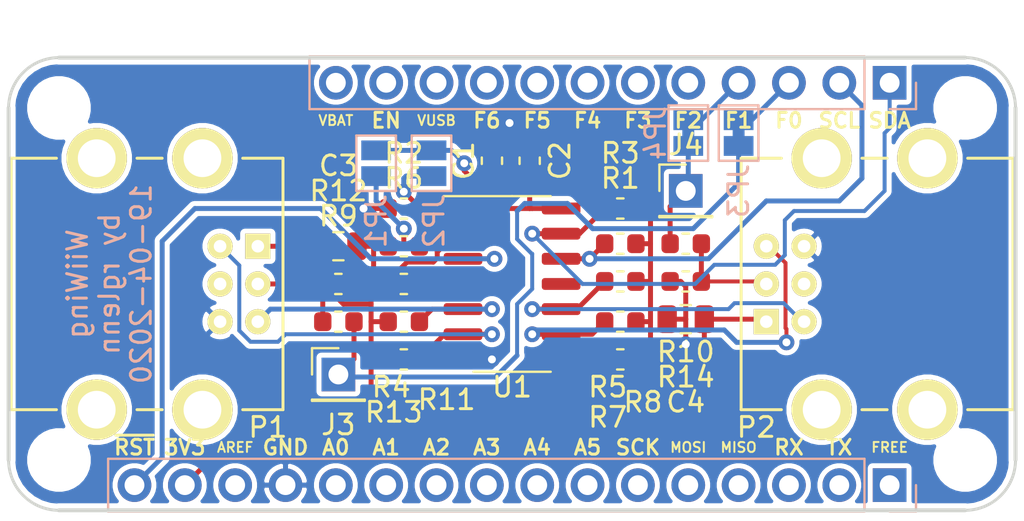
<source format=kicad_pcb>
(kicad_pcb (version 20171130) (host pcbnew "(5.1.5)-3")

  (general
    (thickness 1.6)
    (drawings 37)
    (tracks 200)
    (zones 0)
    (modules 33)
    (nets 44)
  )

  (page A4)
  (layers
    (0 F.Cu signal)
    (31 B.Cu signal)
    (32 B.Adhes user)
    (33 F.Adhes user)
    (34 B.Paste user)
    (35 F.Paste user)
    (36 B.SilkS user)
    (37 F.SilkS user)
    (38 B.Mask user)
    (39 F.Mask user)
    (40 Dwgs.User user)
    (41 Cmts.User user)
    (42 Eco1.User user)
    (43 Eco2.User user)
    (44 Edge.Cuts user)
    (45 Margin user)
    (46 B.CrtYd user)
    (47 F.CrtYd user)
    (48 B.Fab user)
    (49 F.Fab user)
  )

  (setup
    (last_trace_width 0.2)
    (user_trace_width 0.2)
    (trace_clearance 0.2)
    (zone_clearance 0.254)
    (zone_45_only no)
    (trace_min 0.2)
    (via_size 0.8)
    (via_drill 0.4)
    (via_min_size 0.4)
    (via_min_drill 0.3)
    (uvia_size 0.3)
    (uvia_drill 0.1)
    (uvias_allowed no)
    (uvia_min_size 0.2)
    (uvia_min_drill 0.1)
    (edge_width 0.15)
    (segment_width 0.2)
    (pcb_text_width 0.3)
    (pcb_text_size 1.5 1.5)
    (mod_edge_width 0.15)
    (mod_text_size 1 1)
    (mod_text_width 0.15)
    (pad_size 1.524 1.524)
    (pad_drill 0.762)
    (pad_to_mask_clearance 0.051)
    (solder_mask_min_width 0.25)
    (aux_axis_origin 0 0)
    (visible_elements 7FFFFFFF)
    (pcbplotparams
      (layerselection 0x010fc_ffffffff)
      (usegerberextensions false)
      (usegerberattributes false)
      (usegerberadvancedattributes false)
      (creategerberjobfile false)
      (excludeedgelayer true)
      (linewidth 0.100000)
      (plotframeref false)
      (viasonmask false)
      (mode 1)
      (useauxorigin false)
      (hpglpennumber 1)
      (hpglpenspeed 20)
      (hpglpendiameter 15.000000)
      (psnegative false)
      (psa4output false)
      (plotreference true)
      (plotvalue true)
      (plotinvisibletext false)
      (padsonsilk false)
      (subtractmaskfromsilk false)
      (outputformat 1)
      (mirror false)
      (drillshape 1)
      (scaleselection 1)
      (outputdirectory ""))
  )

  (net 0 "")
  (net 1 /FREE)
  (net 2 /TX)
  (net 3 /RX)
  (net 4 /MISO)
  (net 5 /MOSI)
  (net 6 /SCK)
  (net 7 /A5)
  (net 8 /A4)
  (net 9 /A3)
  (net 10 /A2)
  (net 11 /A1)
  (net 12 /A0)
  (net 13 GND)
  (net 14 /AREF)
  (net 15 +3V3)
  (net 16 /~RST)
  (net 17 /SDA)
  (net 18 /SCL)
  (net 19 /F0)
  (net 20 /F1)
  (net 21 /F2)
  (net 22 /F3)
  (net 23 /F4)
  (net 24 /F5)
  (net 25 /F6)
  (net 26 /VUSB)
  (net 27 /EN)
  (net 28 /VBAT)
  (net 29 "Net-(J3-Pad1)")
  (net 30 "Net-(J4-Pad1)")
  (net 31 "Net-(JP1-Pad2)")
  (net 32 "Net-(JP2-Pad2)")
  (net 33 "Net-(P1-Pad2)")
  (net 34 "Net-(P1-Pad3)")
  (net 35 "Net-(P1-Pad4)")
  (net 36 "Net-(P1-Pad5)")
  (net 37 "Net-(P2-Pad5)")
  (net 38 "Net-(P2-Pad4)")
  (net 39 "Net-(P2-Pad3)")
  (net 40 "Net-(P2-Pad2)")
  (net 41 "Net-(R6-Pad2)")
  (net 42 "Net-(R7-Pad2)")
  (net 43 "Net-(U1-Pad11)")

  (net_class Default "This is the default net class."
    (clearance 0.2)
    (trace_width 0.25)
    (via_dia 0.8)
    (via_drill 0.4)
    (uvia_dia 0.3)
    (uvia_drill 0.1)
    (add_net +3V3)
    (add_net /A0)
    (add_net /A1)
    (add_net /A2)
    (add_net /A3)
    (add_net /A4)
    (add_net /A5)
    (add_net /AREF)
    (add_net /EN)
    (add_net /F0)
    (add_net /F1)
    (add_net /F2)
    (add_net /F3)
    (add_net /F4)
    (add_net /F5)
    (add_net /F6)
    (add_net /FREE)
    (add_net /MISO)
    (add_net /MOSI)
    (add_net /RX)
    (add_net /SCK)
    (add_net /SCL)
    (add_net /SDA)
    (add_net /TX)
    (add_net /VBAT)
    (add_net /VUSB)
    (add_net /~RST)
    (add_net GND)
    (add_net "Net-(J3-Pad1)")
    (add_net "Net-(J4-Pad1)")
    (add_net "Net-(JP1-Pad2)")
    (add_net "Net-(JP2-Pad2)")
    (add_net "Net-(P1-Pad2)")
    (add_net "Net-(P1-Pad3)")
    (add_net "Net-(P1-Pad4)")
    (add_net "Net-(P1-Pad5)")
    (add_net "Net-(P2-Pad2)")
    (add_net "Net-(P2-Pad3)")
    (add_net "Net-(P2-Pad4)")
    (add_net "Net-(P2-Pad5)")
    (add_net "Net-(R6-Pad2)")
    (add_net "Net-(R7-Pad2)")
    (add_net "Net-(U1-Pad11)")
  )

  (module MountingHole:MountingHole_2.7mm_M2.5 locked (layer F.Cu) (tedit 5D377204) (tstamp 5D4FBE97)
    (at 73.66 27.94)
    (descr "Mounting Hole 2.7mm, no annular, M2.5")
    (tags "mounting hole 2.7mm no annular m2.5")
    (attr virtual)
    (fp_text reference REF** (at 0 -3.7) (layer F.SilkS) hide
      (effects (font (size 1 1) (thickness 0.15)))
    )
    (fp_text value MountingHole_2.7mm_M2.5 (at 0 3.7) (layer F.Fab) hide
      (effects (font (size 1 1) (thickness 0.15)))
    )
    (fp_text user %R (at 0.3 0) (layer F.Fab) hide
      (effects (font (size 1 1) (thickness 0.15)))
    )
    (fp_circle (center 0 0) (end 2.7 0) (layer Cmts.User) (width 0.15))
    (fp_circle (center 0 0) (end 2.95 0) (layer F.CrtYd) (width 0.05))
    (pad 1 np_thru_hole circle (at 0 0) (size 2.7 2.7) (drill 2.7) (layers *.Cu *.Mask))
  )

  (module MountingHole:MountingHole_2.7mm_M2.5 locked (layer F.Cu) (tedit 5D377204) (tstamp 5D4FBE89)
    (at 73.66 45.72)
    (descr "Mounting Hole 2.7mm, no annular, M2.5")
    (tags "mounting hole 2.7mm no annular m2.5")
    (attr virtual)
    (fp_text reference REF** (at 0 -3.7) (layer F.SilkS) hide
      (effects (font (size 1 1) (thickness 0.15)))
    )
    (fp_text value MountingHole_2.7mm_M2.5 (at 0 3.7) (layer F.Fab) hide
      (effects (font (size 1 1) (thickness 0.15)))
    )
    (fp_circle (center 0 0) (end 2.95 0) (layer F.CrtYd) (width 0.05))
    (fp_circle (center 0 0) (end 2.7 0) (layer Cmts.User) (width 0.15))
    (fp_text user %R (at 0.3 0) (layer F.Fab) hide
      (effects (font (size 1 1) (thickness 0.15)))
    )
    (pad 1 np_thru_hole circle (at 0 0) (size 2.7 2.7) (drill 2.7) (layers *.Cu *.Mask))
  )

  (module MountingHole:MountingHole_2.7mm_M2.5 locked (layer F.Cu) (tedit 5D377204) (tstamp 5D4FBE7B)
    (at 27.94 45.72)
    (descr "Mounting Hole 2.7mm, no annular, M2.5")
    (tags "mounting hole 2.7mm no annular m2.5")
    (attr virtual)
    (fp_text reference REF** (at 0 -3.7) (layer F.SilkS) hide
      (effects (font (size 1 1) (thickness 0.15)))
    )
    (fp_text value MountingHole_2.7mm_M2.5 (at 0 3.7) (layer F.Fab) hide
      (effects (font (size 1 1) (thickness 0.15)))
    )
    (fp_text user %R (at 0.3 0) (layer F.Fab) hide
      (effects (font (size 1 1) (thickness 0.15)))
    )
    (fp_circle (center 0 0) (end 2.7 0) (layer Cmts.User) (width 0.15))
    (fp_circle (center 0 0) (end 2.95 0) (layer F.CrtYd) (width 0.05))
    (pad 1 np_thru_hole circle (at 0 0) (size 2.7 2.7) (drill 2.7) (layers *.Cu *.Mask))
  )

  (module MountingHole:MountingHole_2.7mm_M2.5 locked (layer F.Cu) (tedit 5D377204) (tstamp 5D4FBE61)
    (at 27.94 27.94)
    (descr "Mounting Hole 2.7mm, no annular, M2.5")
    (tags "mounting hole 2.7mm no annular m2.5")
    (attr virtual)
    (fp_text reference REF** (at 0 -3.7) (layer F.SilkS) hide
      (effects (font (size 1 1) (thickness 0.15)))
    )
    (fp_text value MountingHole_2.7mm_M2.5 (at 0 3.7) (layer F.Fab) hide
      (effects (font (size 1 1) (thickness 0.15)))
    )
    (fp_circle (center 0 0) (end 2.95 0) (layer F.CrtYd) (width 0.05))
    (fp_circle (center 0 0) (end 2.7 0) (layer Cmts.User) (width 0.15))
    (fp_text user %R (at 0.3 0) (layer F.Fab) hide
      (effects (font (size 1 1) (thickness 0.15)))
    )
    (pad 1 np_thru_hole circle (at 0 0) (size 2.7 2.7) (drill 2.7) (layers *.Cu *.Mask))
  )

  (module Connector_PinHeader_2.54mm:PinHeader_1x16_P2.54mm_Vertical (layer B.Cu) (tedit 5D3772F9) (tstamp 5D4FBF56)
    (at 69.85 46.99 90)
    (descr "Through hole straight pin header, 1x16, 2.54mm pitch, single row")
    (tags "Through hole pin header THT 1x16 2.54mm single row")
    (path /5D375C76)
    (fp_text reference J1 (at 0 2.33 90) (layer B.SilkS) hide
      (effects (font (size 1 1) (thickness 0.15)) (justify mirror))
    )
    (fp_text value "feather long" (at 0 -40.43 90) (layer B.Fab) hide
      (effects (font (size 1 1) (thickness 0.15)) (justify mirror))
    )
    (fp_line (start -0.635 1.27) (end 1.27 1.27) (layer B.Fab) (width 0.1))
    (fp_line (start 1.27 1.27) (end 1.27 -39.37) (layer B.Fab) (width 0.1))
    (fp_line (start 1.27 -39.37) (end -1.27 -39.37) (layer B.Fab) (width 0.1))
    (fp_line (start -1.27 -39.37) (end -1.27 0.635) (layer B.Fab) (width 0.1))
    (fp_line (start -1.27 0.635) (end -0.635 1.27) (layer B.Fab) (width 0.1))
    (fp_line (start -1.33 -39.43) (end 1.33 -39.43) (layer B.SilkS) (width 0.12))
    (fp_line (start -1.33 -1.27) (end -1.33 -39.43) (layer B.SilkS) (width 0.12))
    (fp_line (start 1.33 -1.27) (end 1.33 -39.43) (layer B.SilkS) (width 0.12))
    (fp_line (start -1.33 -1.27) (end 1.33 -1.27) (layer B.SilkS) (width 0.12))
    (fp_line (start -1.33 0) (end -1.33 1.33) (layer B.SilkS) (width 0.12))
    (fp_line (start -1.33 1.33) (end 0 1.33) (layer B.SilkS) (width 0.12))
    (fp_line (start -1.8 1.8) (end -1.8 -39.9) (layer B.CrtYd) (width 0.05))
    (fp_line (start -1.8 -39.9) (end 1.8 -39.9) (layer B.CrtYd) (width 0.05))
    (fp_line (start 1.8 -39.9) (end 1.8 1.8) (layer B.CrtYd) (width 0.05))
    (fp_line (start 1.8 1.8) (end -1.8 1.8) (layer B.CrtYd) (width 0.05))
    (fp_text user %R (at 0 -19.05) (layer B.Fab)
      (effects (font (size 1 1) (thickness 0.15)) (justify mirror))
    )
    (pad 1 thru_hole rect (at 0 0 90) (size 1.7 1.7) (drill 1) (layers *.Cu *.Mask)
      (net 1 /FREE))
    (pad 2 thru_hole oval (at 0 -2.54 90) (size 1.7 1.7) (drill 1) (layers *.Cu *.Mask)
      (net 2 /TX))
    (pad 3 thru_hole oval (at 0 -5.08 90) (size 1.7 1.7) (drill 1) (layers *.Cu *.Mask)
      (net 3 /RX))
    (pad 4 thru_hole oval (at 0 -7.62 90) (size 1.7 1.7) (drill 1) (layers *.Cu *.Mask)
      (net 4 /MISO))
    (pad 5 thru_hole oval (at 0 -10.16 90) (size 1.7 1.7) (drill 1) (layers *.Cu *.Mask)
      (net 5 /MOSI))
    (pad 6 thru_hole oval (at 0 -12.7 90) (size 1.7 1.7) (drill 1) (layers *.Cu *.Mask)
      (net 6 /SCK))
    (pad 7 thru_hole oval (at 0 -15.24 90) (size 1.7 1.7) (drill 1) (layers *.Cu *.Mask)
      (net 7 /A5))
    (pad 8 thru_hole oval (at 0 -17.78 90) (size 1.7 1.7) (drill 1) (layers *.Cu *.Mask)
      (net 8 /A4))
    (pad 9 thru_hole oval (at 0 -20.32 90) (size 1.7 1.7) (drill 1) (layers *.Cu *.Mask)
      (net 9 /A3))
    (pad 10 thru_hole oval (at 0 -22.86 90) (size 1.7 1.7) (drill 1) (layers *.Cu *.Mask)
      (net 10 /A2))
    (pad 11 thru_hole oval (at 0 -25.4 90) (size 1.7 1.7) (drill 1) (layers *.Cu *.Mask)
      (net 11 /A1))
    (pad 12 thru_hole oval (at 0 -27.94 90) (size 1.7 1.7) (drill 1) (layers *.Cu *.Mask)
      (net 12 /A0))
    (pad 13 thru_hole oval (at 0 -30.48 90) (size 1.7 1.7) (drill 1) (layers *.Cu *.Mask)
      (net 13 GND))
    (pad 14 thru_hole oval (at 0 -33.02 90) (size 1.7 1.7) (drill 1) (layers *.Cu *.Mask)
      (net 14 /AREF))
    (pad 15 thru_hole oval (at 0 -35.56 90) (size 1.7 1.7) (drill 1) (layers *.Cu *.Mask)
      (net 15 +3V3))
    (pad 16 thru_hole oval (at 0 -38.1 90) (size 1.7 1.7) (drill 1) (layers *.Cu *.Mask)
      (net 16 /~RST))
    (model ${KISYS3DMOD}/Connector_PinHeader_2.54mm.3dshapes/PinHeader_1x16_P2.54mm_Vertical.wrl
      (at (xyz 0 0 0))
      (scale (xyz 1 1 1))
      (rotate (xyz 0 0 0))
    )
  )

  (module Connector_PinHeader_2.54mm:PinHeader_1x12_P2.54mm_Vertical (layer B.Cu) (tedit 5D3772F5) (tstamp 5D4FBF76)
    (at 69.85 26.67 90)
    (descr "Through hole straight pin header, 1x12, 2.54mm pitch, single row")
    (tags "Through hole pin header THT 1x12 2.54mm single row")
    (path /5D375CC4)
    (fp_text reference J2 (at 0 2.33 90) (layer B.SilkS) hide
      (effects (font (size 1 1) (thickness 0.15)) (justify mirror))
    )
    (fp_text value "feather short" (at 0 -30.27 90) (layer B.Fab) hide
      (effects (font (size 1 1) (thickness 0.15)) (justify mirror))
    )
    (fp_line (start -0.635 1.27) (end 1.27 1.27) (layer B.Fab) (width 0.1))
    (fp_line (start 1.27 1.27) (end 1.27 -29.21) (layer B.Fab) (width 0.1))
    (fp_line (start 1.27 -29.21) (end -1.27 -29.21) (layer B.Fab) (width 0.1))
    (fp_line (start -1.27 -29.21) (end -1.27 0.635) (layer B.Fab) (width 0.1))
    (fp_line (start -1.27 0.635) (end -0.635 1.27) (layer B.Fab) (width 0.1))
    (fp_line (start -1.33 -29.27) (end 1.33 -29.27) (layer B.SilkS) (width 0.12))
    (fp_line (start -1.33 -1.27) (end -1.33 -29.27) (layer B.SilkS) (width 0.12))
    (fp_line (start 1.33 -1.27) (end 1.33 -29.27) (layer B.SilkS) (width 0.12))
    (fp_line (start -1.33 -1.27) (end 1.33 -1.27) (layer B.SilkS) (width 0.12))
    (fp_line (start -1.33 0) (end -1.33 1.33) (layer B.SilkS) (width 0.12))
    (fp_line (start -1.33 1.33) (end 0 1.33) (layer B.SilkS) (width 0.12))
    (fp_line (start -1.8 1.8) (end -1.8 -29.75) (layer B.CrtYd) (width 0.05))
    (fp_line (start -1.8 -29.75) (end 1.8 -29.75) (layer B.CrtYd) (width 0.05))
    (fp_line (start 1.8 -29.75) (end 1.8 1.8) (layer B.CrtYd) (width 0.05))
    (fp_line (start 1.8 1.8) (end -1.8 1.8) (layer B.CrtYd) (width 0.05))
    (fp_text user %R (at 0 -13.97) (layer B.Fab)
      (effects (font (size 1 1) (thickness 0.15)) (justify mirror))
    )
    (pad 1 thru_hole rect (at 0 0 90) (size 1.7 1.7) (drill 1) (layers *.Cu *.Mask)
      (net 17 /SDA))
    (pad 2 thru_hole oval (at 0 -2.54 90) (size 1.7 1.7) (drill 1) (layers *.Cu *.Mask)
      (net 18 /SCL))
    (pad 3 thru_hole oval (at 0 -5.08 90) (size 1.7 1.7) (drill 1) (layers *.Cu *.Mask)
      (net 19 /F0))
    (pad 4 thru_hole oval (at 0 -7.62 90) (size 1.7 1.7) (drill 1) (layers *.Cu *.Mask)
      (net 20 /F1))
    (pad 5 thru_hole oval (at 0 -10.16 90) (size 1.7 1.7) (drill 1) (layers *.Cu *.Mask)
      (net 21 /F2))
    (pad 6 thru_hole oval (at 0 -12.7 90) (size 1.7 1.7) (drill 1) (layers *.Cu *.Mask)
      (net 22 /F3))
    (pad 7 thru_hole oval (at 0 -15.24 90) (size 1.7 1.7) (drill 1) (layers *.Cu *.Mask)
      (net 23 /F4))
    (pad 8 thru_hole oval (at 0 -17.78 90) (size 1.7 1.7) (drill 1) (layers *.Cu *.Mask)
      (net 24 /F5))
    (pad 9 thru_hole oval (at 0 -20.32 90) (size 1.7 1.7) (drill 1) (layers *.Cu *.Mask)
      (net 25 /F6))
    (pad 10 thru_hole oval (at 0 -22.86 90) (size 1.7 1.7) (drill 1) (layers *.Cu *.Mask)
      (net 26 /VUSB))
    (pad 11 thru_hole oval (at 0 -25.4 90) (size 1.7 1.7) (drill 1) (layers *.Cu *.Mask)
      (net 27 /EN))
    (pad 12 thru_hole oval (at 0 -27.94 90) (size 1.7 1.7) (drill 1) (layers *.Cu *.Mask)
      (net 28 /VBAT))
    (model ${KISYS3DMOD}/Connector_PinHeader_2.54mm.3dshapes/PinHeader_1x12_P2.54mm_Vertical.wrl
      (at (xyz 0 0 0))
      (scale (xyz 1 1 1))
      (rotate (xyz 0 0 0))
    )
  )

  (module Capacitor_SMD:C_0603_1608Metric (layer F.Cu) (tedit 5B301BBE) (tstamp 5E9CFF23)
    (at 49.784 30.607 90)
    (descr "Capacitor SMD 0603 (1608 Metric), square (rectangular) end terminal, IPC_7351 nominal, (Body size source: http://www.tortai-tech.com/upload/download/2011102023233369053.pdf), generated with kicad-footprint-generator")
    (tags capacitor)
    (path /5E9EEF5B)
    (attr smd)
    (fp_text reference C1 (at 0 -1.43 90) (layer F.SilkS)
      (effects (font (size 1 1) (thickness 0.15)))
    )
    (fp_text value 100n (at 0 1.43 90) (layer F.Fab)
      (effects (font (size 1 1) (thickness 0.15)))
    )
    (fp_text user %R (at 0 0 90) (layer F.Fab)
      (effects (font (size 0.4 0.4) (thickness 0.06)))
    )
    (fp_line (start 1.48 0.73) (end -1.48 0.73) (layer F.CrtYd) (width 0.05))
    (fp_line (start 1.48 -0.73) (end 1.48 0.73) (layer F.CrtYd) (width 0.05))
    (fp_line (start -1.48 -0.73) (end 1.48 -0.73) (layer F.CrtYd) (width 0.05))
    (fp_line (start -1.48 0.73) (end -1.48 -0.73) (layer F.CrtYd) (width 0.05))
    (fp_line (start -0.162779 0.51) (end 0.162779 0.51) (layer F.SilkS) (width 0.12))
    (fp_line (start -0.162779 -0.51) (end 0.162779 -0.51) (layer F.SilkS) (width 0.12))
    (fp_line (start 0.8 0.4) (end -0.8 0.4) (layer F.Fab) (width 0.1))
    (fp_line (start 0.8 -0.4) (end 0.8 0.4) (layer F.Fab) (width 0.1))
    (fp_line (start -0.8 -0.4) (end 0.8 -0.4) (layer F.Fab) (width 0.1))
    (fp_line (start -0.8 0.4) (end -0.8 -0.4) (layer F.Fab) (width 0.1))
    (pad 2 smd roundrect (at 0.7875 0 90) (size 0.875 0.95) (layers F.Cu F.Paste F.Mask) (roundrect_rratio 0.25)
      (net 13 GND))
    (pad 1 smd roundrect (at -0.7875 0 90) (size 0.875 0.95) (layers F.Cu F.Paste F.Mask) (roundrect_rratio 0.25)
      (net 15 +3V3))
    (model ${KISYS3DMOD}/Capacitor_SMD.3dshapes/C_0603_1608Metric.wrl
      (at (xyz 0 0 0))
      (scale (xyz 1 1 1))
      (rotate (xyz 0 0 0))
    )
  )

  (module Capacitor_SMD:C_0603_1608Metric (layer F.Cu) (tedit 5B301BBE) (tstamp 5E9CFF34)
    (at 51.689 30.607 90)
    (descr "Capacitor SMD 0603 (1608 Metric), square (rectangular) end terminal, IPC_7351 nominal, (Body size source: http://www.tortai-tech.com/upload/download/2011102023233369053.pdf), generated with kicad-footprint-generator")
    (tags capacitor)
    (path /5E9EF634)
    (attr smd)
    (fp_text reference C2 (at 0 1.524 90) (layer F.SilkS)
      (effects (font (size 1 1) (thickness 0.15)))
    )
    (fp_text value 1u (at 0 1.43 90) (layer F.Fab)
      (effects (font (size 1 1) (thickness 0.15)))
    )
    (fp_line (start -0.8 0.4) (end -0.8 -0.4) (layer F.Fab) (width 0.1))
    (fp_line (start -0.8 -0.4) (end 0.8 -0.4) (layer F.Fab) (width 0.1))
    (fp_line (start 0.8 -0.4) (end 0.8 0.4) (layer F.Fab) (width 0.1))
    (fp_line (start 0.8 0.4) (end -0.8 0.4) (layer F.Fab) (width 0.1))
    (fp_line (start -0.162779 -0.51) (end 0.162779 -0.51) (layer F.SilkS) (width 0.12))
    (fp_line (start -0.162779 0.51) (end 0.162779 0.51) (layer F.SilkS) (width 0.12))
    (fp_line (start -1.48 0.73) (end -1.48 -0.73) (layer F.CrtYd) (width 0.05))
    (fp_line (start -1.48 -0.73) (end 1.48 -0.73) (layer F.CrtYd) (width 0.05))
    (fp_line (start 1.48 -0.73) (end 1.48 0.73) (layer F.CrtYd) (width 0.05))
    (fp_line (start 1.48 0.73) (end -1.48 0.73) (layer F.CrtYd) (width 0.05))
    (fp_text user %R (at 0 0 90) (layer F.Fab)
      (effects (font (size 0.4 0.4) (thickness 0.06)))
    )
    (pad 1 smd roundrect (at -0.7875 0 90) (size 0.875 0.95) (layers F.Cu F.Paste F.Mask) (roundrect_rratio 0.25)
      (net 15 +3V3))
    (pad 2 smd roundrect (at 0.7875 0 90) (size 0.875 0.95) (layers F.Cu F.Paste F.Mask) (roundrect_rratio 0.25)
      (net 13 GND))
    (model ${KISYS3DMOD}/Capacitor_SMD.3dshapes/C_0603_1608Metric.wrl
      (at (xyz 0 0 0))
      (scale (xyz 1 1 1))
      (rotate (xyz 0 0 0))
    )
  )

  (module Capacitor_SMD:C_0805_2012Metric (layer F.Cu) (tedit 5B36C52B) (tstamp 5E9D4245)
    (at 42.037 34.925)
    (descr "Capacitor SMD 0805 (2012 Metric), square (rectangular) end terminal, IPC_7351 nominal, (Body size source: https://docs.google.com/spreadsheets/d/1BsfQQcO9C6DZCsRaXUlFlo91Tg2WpOkGARC1WS5S8t0/edit?usp=sharing), generated with kicad-footprint-generator")
    (tags capacitor)
    (path /5E9F8AAE)
    (attr smd)
    (fp_text reference C3 (at 0 -4.064) (layer F.SilkS)
      (effects (font (size 1 1) (thickness 0.15)))
    )
    (fp_text value 10u (at 0 1.65) (layer F.Fab)
      (effects (font (size 1 1) (thickness 0.15)))
    )
    (fp_text user %R (at 0 0) (layer F.Fab)
      (effects (font (size 0.5 0.5) (thickness 0.08)))
    )
    (fp_line (start 1.68 0.95) (end -1.68 0.95) (layer F.CrtYd) (width 0.05))
    (fp_line (start 1.68 -0.95) (end 1.68 0.95) (layer F.CrtYd) (width 0.05))
    (fp_line (start -1.68 -0.95) (end 1.68 -0.95) (layer F.CrtYd) (width 0.05))
    (fp_line (start -1.68 0.95) (end -1.68 -0.95) (layer F.CrtYd) (width 0.05))
    (fp_line (start -0.258578 0.71) (end 0.258578 0.71) (layer F.SilkS) (width 0.12))
    (fp_line (start -0.258578 -0.71) (end 0.258578 -0.71) (layer F.SilkS) (width 0.12))
    (fp_line (start 1 0.6) (end -1 0.6) (layer F.Fab) (width 0.1))
    (fp_line (start 1 -0.6) (end 1 0.6) (layer F.Fab) (width 0.1))
    (fp_line (start -1 -0.6) (end 1 -0.6) (layer F.Fab) (width 0.1))
    (fp_line (start -1 0.6) (end -1 -0.6) (layer F.Fab) (width 0.1))
    (pad 2 smd roundrect (at 0.9375 0) (size 0.975 1.4) (layers F.Cu F.Paste F.Mask) (roundrect_rratio 0.25)
      (net 13 GND))
    (pad 1 smd roundrect (at -0.9375 0) (size 0.975 1.4) (layers F.Cu F.Paste F.Mask) (roundrect_rratio 0.25)
      (net 15 +3V3))
    (model ${KISYS3DMOD}/Capacitor_SMD.3dshapes/C_0805_2012Metric.wrl
      (at (xyz 0 0 0))
      (scale (xyz 1 1 1))
      (rotate (xyz 0 0 0))
    )
  )

  (module Capacitor_SMD:C_0805_2012Metric (layer F.Cu) (tedit 5B36C52B) (tstamp 5E9CFF56)
    (at 59.563 38.608 180)
    (descr "Capacitor SMD 0805 (2012 Metric), square (rectangular) end terminal, IPC_7351 nominal, (Body size source: https://docs.google.com/spreadsheets/d/1BsfQQcO9C6DZCsRaXUlFlo91Tg2WpOkGARC1WS5S8t0/edit?usp=sharing), generated with kicad-footprint-generator")
    (tags capacitor)
    (path /5E9F8AB4)
    (attr smd)
    (fp_text reference C4 (at 0 -4.191) (layer F.SilkS)
      (effects (font (size 1 1) (thickness 0.15)))
    )
    (fp_text value 10u (at 0 1.65) (layer F.Fab)
      (effects (font (size 1 1) (thickness 0.15)))
    )
    (fp_line (start -1 0.6) (end -1 -0.6) (layer F.Fab) (width 0.1))
    (fp_line (start -1 -0.6) (end 1 -0.6) (layer F.Fab) (width 0.1))
    (fp_line (start 1 -0.6) (end 1 0.6) (layer F.Fab) (width 0.1))
    (fp_line (start 1 0.6) (end -1 0.6) (layer F.Fab) (width 0.1))
    (fp_line (start -0.258578 -0.71) (end 0.258578 -0.71) (layer F.SilkS) (width 0.12))
    (fp_line (start -0.258578 0.71) (end 0.258578 0.71) (layer F.SilkS) (width 0.12))
    (fp_line (start -1.68 0.95) (end -1.68 -0.95) (layer F.CrtYd) (width 0.05))
    (fp_line (start -1.68 -0.95) (end 1.68 -0.95) (layer F.CrtYd) (width 0.05))
    (fp_line (start 1.68 -0.95) (end 1.68 0.95) (layer F.CrtYd) (width 0.05))
    (fp_line (start 1.68 0.95) (end -1.68 0.95) (layer F.CrtYd) (width 0.05))
    (fp_text user %R (at 0 0) (layer F.Fab)
      (effects (font (size 0.5 0.5) (thickness 0.08)))
    )
    (pad 1 smd roundrect (at -0.9375 0 180) (size 0.975 1.4) (layers F.Cu F.Paste F.Mask) (roundrect_rratio 0.25)
      (net 15 +3V3))
    (pad 2 smd roundrect (at 0.9375 0 180) (size 0.975 1.4) (layers F.Cu F.Paste F.Mask) (roundrect_rratio 0.25)
      (net 13 GND))
    (model ${KISYS3DMOD}/Capacitor_SMD.3dshapes/C_0805_2012Metric.wrl
      (at (xyz 0 0 0))
      (scale (xyz 1 1 1))
      (rotate (xyz 0 0 0))
    )
  )

  (module Connector_PinHeader_2.54mm:PinHeader_1x01_P2.54mm_Vertical (layer F.Cu) (tedit 59FED5CC) (tstamp 5E9D14C6)
    (at 42.037 41.402)
    (descr "Through hole straight pin header, 1x01, 2.54mm pitch, single row")
    (tags "Through hole pin header THT 1x01 2.54mm single row")
    (path /5EA15BE4)
    (fp_text reference J3 (at 0 2.54) (layer F.SilkS)
      (effects (font (size 1 1) (thickness 0.15)))
    )
    (fp_text value Conn_01x01 (at 0 2.33) (layer F.Fab)
      (effects (font (size 1 1) (thickness 0.15)))
    )
    (fp_text user %R (at 0 0 90) (layer F.Fab)
      (effects (font (size 1 1) (thickness 0.15)))
    )
    (fp_line (start 1.8 -1.8) (end -1.8 -1.8) (layer F.CrtYd) (width 0.05))
    (fp_line (start 1.8 1.8) (end 1.8 -1.8) (layer F.CrtYd) (width 0.05))
    (fp_line (start -1.8 1.8) (end 1.8 1.8) (layer F.CrtYd) (width 0.05))
    (fp_line (start -1.8 -1.8) (end -1.8 1.8) (layer F.CrtYd) (width 0.05))
    (fp_line (start -1.33 -1.33) (end 0 -1.33) (layer F.SilkS) (width 0.12))
    (fp_line (start -1.33 0) (end -1.33 -1.33) (layer F.SilkS) (width 0.12))
    (fp_line (start -1.33 1.27) (end 1.33 1.27) (layer F.SilkS) (width 0.12))
    (fp_line (start 1.33 1.27) (end 1.33 1.33) (layer F.SilkS) (width 0.12))
    (fp_line (start -1.33 1.27) (end -1.33 1.33) (layer F.SilkS) (width 0.12))
    (fp_line (start -1.33 1.33) (end 1.33 1.33) (layer F.SilkS) (width 0.12))
    (fp_line (start -1.27 -0.635) (end -0.635 -1.27) (layer F.Fab) (width 0.1))
    (fp_line (start -1.27 1.27) (end -1.27 -0.635) (layer F.Fab) (width 0.1))
    (fp_line (start 1.27 1.27) (end -1.27 1.27) (layer F.Fab) (width 0.1))
    (fp_line (start 1.27 -1.27) (end 1.27 1.27) (layer F.Fab) (width 0.1))
    (fp_line (start -0.635 -1.27) (end 1.27 -1.27) (layer F.Fab) (width 0.1))
    (pad 1 thru_hole rect (at 0 0) (size 1.7 1.7) (drill 1) (layers *.Cu *.Mask)
      (net 29 "Net-(J3-Pad1)"))
    (model ${KISYS3DMOD}/Connector_PinHeader_2.54mm.3dshapes/PinHeader_1x01_P2.54mm_Vertical.wrl
      (at (xyz 0 0 0))
      (scale (xyz 1 1 1))
      (rotate (xyz 0 0 0))
    )
  )

  (module Connector_PinHeader_2.54mm:PinHeader_1x01_P2.54mm_Vertical (layer F.Cu) (tedit 59FED5CC) (tstamp 5E9CFF80)
    (at 59.563 32.131)
    (descr "Through hole straight pin header, 1x01, 2.54mm pitch, single row")
    (tags "Through hole pin header THT 1x01 2.54mm single row")
    (path /5EA16E68)
    (fp_text reference J4 (at 0 -2.33) (layer F.SilkS)
      (effects (font (size 1 1) (thickness 0.15)))
    )
    (fp_text value Conn_01x01 (at 0 2.33) (layer F.Fab)
      (effects (font (size 1 1) (thickness 0.15)))
    )
    (fp_line (start -0.635 -1.27) (end 1.27 -1.27) (layer F.Fab) (width 0.1))
    (fp_line (start 1.27 -1.27) (end 1.27 1.27) (layer F.Fab) (width 0.1))
    (fp_line (start 1.27 1.27) (end -1.27 1.27) (layer F.Fab) (width 0.1))
    (fp_line (start -1.27 1.27) (end -1.27 -0.635) (layer F.Fab) (width 0.1))
    (fp_line (start -1.27 -0.635) (end -0.635 -1.27) (layer F.Fab) (width 0.1))
    (fp_line (start -1.33 1.33) (end 1.33 1.33) (layer F.SilkS) (width 0.12))
    (fp_line (start -1.33 1.27) (end -1.33 1.33) (layer F.SilkS) (width 0.12))
    (fp_line (start 1.33 1.27) (end 1.33 1.33) (layer F.SilkS) (width 0.12))
    (fp_line (start -1.33 1.27) (end 1.33 1.27) (layer F.SilkS) (width 0.12))
    (fp_line (start -1.33 0) (end -1.33 -1.33) (layer F.SilkS) (width 0.12))
    (fp_line (start -1.33 -1.33) (end 0 -1.33) (layer F.SilkS) (width 0.12))
    (fp_line (start -1.8 -1.8) (end -1.8 1.8) (layer F.CrtYd) (width 0.05))
    (fp_line (start -1.8 1.8) (end 1.8 1.8) (layer F.CrtYd) (width 0.05))
    (fp_line (start 1.8 1.8) (end 1.8 -1.8) (layer F.CrtYd) (width 0.05))
    (fp_line (start 1.8 -1.8) (end -1.8 -1.8) (layer F.CrtYd) (width 0.05))
    (fp_text user %R (at 0 0 90) (layer F.Fab)
      (effects (font (size 1 1) (thickness 0.15)))
    )
    (pad 1 thru_hole rect (at 0 0) (size 1.7 1.7) (drill 1) (layers *.Cu *.Mask)
      (net 30 "Net-(J4-Pad1)"))
    (model ${KISYS3DMOD}/Connector_PinHeader_2.54mm.3dshapes/PinHeader_1x01_P2.54mm_Vertical.wrl
      (at (xyz 0 0 0))
      (scale (xyz 1 1 1))
      (rotate (xyz 0 0 0))
    )
  )

  (module Jumper:SolderJumper-2_P1.3mm_Open_Pad1.0x1.5mm (layer B.Cu) (tedit 5A3EABFC) (tstamp 5E9CFF8E)
    (at 43.942 30.734 270)
    (descr "SMD Solder Jumper, 1x1.5mm Pads, 0.3mm gap, open")
    (tags "solder jumper open")
    (path /5EAA285D)
    (attr virtual)
    (fp_text reference JP1 (at 2.921 0 270) (layer B.SilkS)
      (effects (font (size 1 1) (thickness 0.15)) (justify mirror))
    )
    (fp_text value Jumper_NO_Small (at 0 -1.9 270) (layer B.Fab)
      (effects (font (size 1 1) (thickness 0.15)) (justify mirror))
    )
    (fp_line (start -1.4 -1) (end -1.4 1) (layer B.SilkS) (width 0.12))
    (fp_line (start 1.4 -1) (end -1.4 -1) (layer B.SilkS) (width 0.12))
    (fp_line (start 1.4 1) (end 1.4 -1) (layer B.SilkS) (width 0.12))
    (fp_line (start -1.4 1) (end 1.4 1) (layer B.SilkS) (width 0.12))
    (fp_line (start -1.65 1.25) (end 1.65 1.25) (layer B.CrtYd) (width 0.05))
    (fp_line (start -1.65 1.25) (end -1.65 -1.25) (layer B.CrtYd) (width 0.05))
    (fp_line (start 1.65 -1.25) (end 1.65 1.25) (layer B.CrtYd) (width 0.05))
    (fp_line (start 1.65 -1.25) (end -1.65 -1.25) (layer B.CrtYd) (width 0.05))
    (pad 2 smd rect (at 0.65 0 270) (size 1 1.5) (layers B.Cu B.Mask)
      (net 31 "Net-(JP1-Pad2)"))
    (pad 1 smd rect (at -0.65 0 270) (size 1 1.5) (layers B.Cu B.Mask)
      (net 15 +3V3))
  )

  (module Jumper:SolderJumper-2_P1.3mm_Open_Pad1.0x1.5mm (layer B.Cu) (tedit 5A3EABFC) (tstamp 5E9CFF9C)
    (at 46.736 30.734 270)
    (descr "SMD Solder Jumper, 1x1.5mm Pads, 0.3mm gap, open")
    (tags "solder jumper open")
    (path /5EAA1CF5)
    (attr virtual)
    (fp_text reference JP2 (at 2.921 -0.127 90) (layer B.SilkS)
      (effects (font (size 1 1) (thickness 0.15)) (justify mirror))
    )
    (fp_text value Jumper_NO_Small (at 0 -1.9 90) (layer B.Fab)
      (effects (font (size 1 1) (thickness 0.15)) (justify mirror))
    )
    (fp_line (start 1.65 -1.25) (end -1.65 -1.25) (layer B.CrtYd) (width 0.05))
    (fp_line (start 1.65 -1.25) (end 1.65 1.25) (layer B.CrtYd) (width 0.05))
    (fp_line (start -1.65 1.25) (end -1.65 -1.25) (layer B.CrtYd) (width 0.05))
    (fp_line (start -1.65 1.25) (end 1.65 1.25) (layer B.CrtYd) (width 0.05))
    (fp_line (start -1.4 1) (end 1.4 1) (layer B.SilkS) (width 0.12))
    (fp_line (start 1.4 1) (end 1.4 -1) (layer B.SilkS) (width 0.12))
    (fp_line (start 1.4 -1) (end -1.4 -1) (layer B.SilkS) (width 0.12))
    (fp_line (start -1.4 -1) (end -1.4 1) (layer B.SilkS) (width 0.12))
    (pad 1 smd rect (at -0.65 0 270) (size 1 1.5) (layers B.Cu B.Mask)
      (net 15 +3V3))
    (pad 2 smd rect (at 0.65 0 270) (size 1 1.5) (layers B.Cu B.Mask)
      (net 32 "Net-(JP2-Pad2)"))
  )

  (module Jumper:SolderJumper-2_P1.3mm_Bridged_Pad1.0x1.5mm (layer B.Cu) (tedit 5C756AB2) (tstamp 5E9D531C)
    (at 62.23 29.21 270)
    (descr "SMD Solder Jumper, 1x1.5mm Pads, 0.3mm gap, bridged with 1 copper strip")
    (tags "solder jumper open")
    (path /5EA1D25B)
    (attr virtual)
    (fp_text reference JP3 (at 2.921 0 270) (layer B.SilkS)
      (effects (font (size 1 1) (thickness 0.15)) (justify mirror))
    )
    (fp_text value Jumper_NC_Small (at 0 -1.9 270) (layer B.Fab)
      (effects (font (size 1 1) (thickness 0.15)) (justify mirror))
    )
    (fp_line (start -1.4 -1) (end -1.4 1) (layer B.SilkS) (width 0.12))
    (fp_line (start 1.4 -1) (end -1.4 -1) (layer B.SilkS) (width 0.12))
    (fp_line (start 1.4 1) (end 1.4 -1) (layer B.SilkS) (width 0.12))
    (fp_line (start -1.4 1) (end 1.4 1) (layer B.SilkS) (width 0.12))
    (fp_line (start -1.65 1.25) (end 1.65 1.25) (layer B.CrtYd) (width 0.05))
    (fp_line (start -1.65 1.25) (end -1.65 -1.25) (layer B.CrtYd) (width 0.05))
    (fp_line (start 1.65 -1.25) (end 1.65 1.25) (layer B.CrtYd) (width 0.05))
    (fp_line (start 1.65 -1.25) (end -1.65 -1.25) (layer B.CrtYd) (width 0.05))
    (fp_poly (pts (xy -0.25 0.3) (xy 0.25 0.3) (xy 0.25 -0.3) (xy -0.25 -0.3)) (layer B.Cu) (width 0))
    (pad 1 smd rect (at -0.65 0 270) (size 1 1.5) (layers B.Cu B.Mask)
      (net 19 /F0))
    (pad 2 smd rect (at 0.65 0 270) (size 1 1.5) (layers B.Cu B.Mask)
      (net 29 "Net-(J3-Pad1)"))
  )

  (module Jumper:SolderJumper-2_P1.3mm_Bridged_Pad1.0x1.5mm (layer B.Cu) (tedit 5C756AB2) (tstamp 5E9CFFBA)
    (at 59.69 29.21 270)
    (descr "SMD Solder Jumper, 1x1.5mm Pads, 0.3mm gap, bridged with 1 copper strip")
    (tags "solder jumper open")
    (path /5EA1DBE0)
    (attr virtual)
    (fp_text reference JP4 (at 0 1.651 90) (layer B.SilkS)
      (effects (font (size 1 1) (thickness 0.15)) (justify mirror))
    )
    (fp_text value Jumper_NC_Small (at 0 -1.9 90) (layer B.Fab)
      (effects (font (size 1 1) (thickness 0.15)) (justify mirror))
    )
    (fp_poly (pts (xy -0.25 0.3) (xy 0.25 0.3) (xy 0.25 -0.3) (xy -0.25 -0.3)) (layer B.Cu) (width 0))
    (fp_line (start 1.65 -1.25) (end -1.65 -1.25) (layer B.CrtYd) (width 0.05))
    (fp_line (start 1.65 -1.25) (end 1.65 1.25) (layer B.CrtYd) (width 0.05))
    (fp_line (start -1.65 1.25) (end -1.65 -1.25) (layer B.CrtYd) (width 0.05))
    (fp_line (start -1.65 1.25) (end 1.65 1.25) (layer B.CrtYd) (width 0.05))
    (fp_line (start -1.4 1) (end 1.4 1) (layer B.SilkS) (width 0.12))
    (fp_line (start 1.4 1) (end 1.4 -1) (layer B.SilkS) (width 0.12))
    (fp_line (start 1.4 -1) (end -1.4 -1) (layer B.SilkS) (width 0.12))
    (fp_line (start -1.4 -1) (end -1.4 1) (layer B.SilkS) (width 0.12))
    (pad 2 smd rect (at 0.65 0 270) (size 1 1.5) (layers B.Cu B.Mask)
      (net 30 "Net-(J4-Pad1)"))
    (pad 1 smd rect (at -0.65 0 270) (size 1 1.5) (layers B.Cu B.Mask)
      (net 20 /F1))
  )

  (module Connectors_WII:CONN_WII (layer F.Cu) (tedit 51D98099) (tstamp 5E9D662A)
    (at 32.385 36.83 90)
    (path /5E9CF650)
    (fp_text reference P1 (at -7.239 6.096 180) (layer F.SilkS)
      (effects (font (size 1 1) (thickness 0.15)))
    )
    (fp_text value CONN_WII (at 5.08 2.54 90) (layer F.SilkS) hide
      (effects (font (size 1 1) (thickness 0.15)))
    )
    (fp_line (start -6.35 -4.572) (end -6.35 -6.858) (layer F.SilkS) (width 0.15))
    (fp_line (start -6.35 -6.858) (end 6.35 -6.858) (layer F.SilkS) (width 0.15))
    (fp_line (start 6.35 -6.858) (end 6.35 -4.572) (layer F.SilkS) (width 0.15))
    (fp_line (start 6.35 0.762) (end 6.35 -0.508) (layer F.SilkS) (width 0.15))
    (fp_line (start -6.35 0.762) (end -6.35 -0.508) (layer F.SilkS) (width 0.15))
    (fp_line (start -6.35 6.858) (end -6.35 4.826) (layer F.SilkS) (width 0.15))
    (fp_line (start 6.35 6.858) (end 6.35 4.826) (layer F.SilkS) (width 0.15))
    (fp_line (start 6.35 6.858) (end -6.35 6.858) (layer F.SilkS) (width 0.15))
    (pad 1 thru_hole rect (at 1.905 5.588 90) (size 1.27 1.27) (drill 0.635) (layers *.Cu *.Mask F.SilkS)
      (net 15 +3V3))
    (pad 2 thru_hole circle (at 1.905 3.683 90) (size 1.27 1.27) (drill 0.635) (layers *.Cu *.Mask F.SilkS)
      (net 33 "Net-(P1-Pad2)"))
    (pad 3 thru_hole circle (at 0 5.588 90) (size 1.27 1.27) (drill 0.635) (layers *.Cu *.Mask F.SilkS)
      (net 34 "Net-(P1-Pad3)"))
    (pad 4 thru_hole circle (at 0 3.683 90) (size 1.27 1.27) (drill 0.635) (layers *.Cu *.Mask F.SilkS)
      (net 35 "Net-(P1-Pad4)"))
    (pad 5 thru_hole circle (at -1.905 5.588 90) (size 1.27 1.27) (drill 0.635) (layers *.Cu *.Mask F.SilkS)
      (net 36 "Net-(P1-Pad5)"))
    (pad 6 thru_hole circle (at -1.905 3.683 90) (size 1.27 1.27) (drill 0.635) (layers *.Cu *.Mask F.SilkS)
      (net 13 GND))
    (pad "" thru_hole circle (at 6.35 2.794 90) (size 3.048 3.048) (drill 1.905) (layers *.Cu *.Mask F.SilkS))
    (pad "" thru_hole circle (at -6.35 -2.54 90) (size 3.048 3.048) (drill 1.905) (layers *.Cu *.Mask F.SilkS))
    (pad "" thru_hole circle (at 6.35 -2.54 90) (size 3.048 3.048) (drill 1.905) (layers *.Cu *.Mask F.SilkS))
    (pad "" thru_hole circle (at -6.35 2.794 90) (size 3.048 3.048) (drill 1.905) (layers *.Cu *.Mask F.SilkS))
  )

  (module Connectors_WII:CONN_WII (layer F.Cu) (tedit 51D98099) (tstamp 5E9CFFE6)
    (at 69.215 36.83 270)
    (path /5E9CF685)
    (fp_text reference P2 (at 7.239 6.096 180) (layer F.SilkS)
      (effects (font (size 1 1) (thickness 0.15)))
    )
    (fp_text value CONN_WII (at 5.08 2.54 90) (layer F.SilkS) hide
      (effects (font (size 1 1) (thickness 0.15)))
    )
    (fp_line (start 6.35 6.858) (end -6.35 6.858) (layer F.SilkS) (width 0.15))
    (fp_line (start 6.35 6.858) (end 6.35 4.826) (layer F.SilkS) (width 0.15))
    (fp_line (start -6.35 6.858) (end -6.35 4.826) (layer F.SilkS) (width 0.15))
    (fp_line (start -6.35 0.762) (end -6.35 -0.508) (layer F.SilkS) (width 0.15))
    (fp_line (start 6.35 0.762) (end 6.35 -0.508) (layer F.SilkS) (width 0.15))
    (fp_line (start 6.35 -6.858) (end 6.35 -4.572) (layer F.SilkS) (width 0.15))
    (fp_line (start -6.35 -6.858) (end 6.35 -6.858) (layer F.SilkS) (width 0.15))
    (fp_line (start -6.35 -4.572) (end -6.35 -6.858) (layer F.SilkS) (width 0.15))
    (pad "" thru_hole circle (at -6.35 2.794 270) (size 3.048 3.048) (drill 1.905) (layers *.Cu *.Mask F.SilkS))
    (pad "" thru_hole circle (at 6.35 -2.54 270) (size 3.048 3.048) (drill 1.905) (layers *.Cu *.Mask F.SilkS))
    (pad "" thru_hole circle (at -6.35 -2.54 270) (size 3.048 3.048) (drill 1.905) (layers *.Cu *.Mask F.SilkS))
    (pad "" thru_hole circle (at 6.35 2.794 270) (size 3.048 3.048) (drill 1.905) (layers *.Cu *.Mask F.SilkS))
    (pad 6 thru_hole circle (at -1.905 3.683 270) (size 1.27 1.27) (drill 0.635) (layers *.Cu *.Mask F.SilkS)
      (net 13 GND))
    (pad 5 thru_hole circle (at -1.905 5.588 270) (size 1.27 1.27) (drill 0.635) (layers *.Cu *.Mask F.SilkS)
      (net 37 "Net-(P2-Pad5)"))
    (pad 4 thru_hole circle (at 0 3.683 270) (size 1.27 1.27) (drill 0.635) (layers *.Cu *.Mask F.SilkS)
      (net 38 "Net-(P2-Pad4)"))
    (pad 3 thru_hole circle (at 0 5.588 270) (size 1.27 1.27) (drill 0.635) (layers *.Cu *.Mask F.SilkS)
      (net 39 "Net-(P2-Pad3)"))
    (pad 2 thru_hole circle (at 1.905 3.683 270) (size 1.27 1.27) (drill 0.635) (layers *.Cu *.Mask F.SilkS)
      (net 40 "Net-(P2-Pad2)"))
    (pad 1 thru_hole rect (at 1.905 5.588 270) (size 1.27 1.27) (drill 0.635) (layers *.Cu *.Mask F.SilkS)
      (net 15 +3V3))
  )

  (module Resistor_SMD:R_0603_1608Metric (layer F.Cu) (tedit 5B301BBD) (tstamp 5E9D1091)
    (at 56.261 34.798 180)
    (descr "Resistor SMD 0603 (1608 Metric), square (rectangular) end terminal, IPC_7351 nominal, (Body size source: http://www.tortai-tech.com/upload/download/2011102023233369053.pdf), generated with kicad-footprint-generator")
    (tags resistor)
    (path /5E9D88E8)
    (attr smd)
    (fp_text reference R1 (at 0 3.302) (layer F.SilkS)
      (effects (font (size 1 1) (thickness 0.15)))
    )
    (fp_text value 4.7K (at 0 1.43) (layer F.Fab)
      (effects (font (size 1 1) (thickness 0.15)))
    )
    (fp_text user %R (at 0 0) (layer F.Fab)
      (effects (font (size 0.4 0.4) (thickness 0.06)))
    )
    (fp_line (start 1.48 0.73) (end -1.48 0.73) (layer F.CrtYd) (width 0.05))
    (fp_line (start 1.48 -0.73) (end 1.48 0.73) (layer F.CrtYd) (width 0.05))
    (fp_line (start -1.48 -0.73) (end 1.48 -0.73) (layer F.CrtYd) (width 0.05))
    (fp_line (start -1.48 0.73) (end -1.48 -0.73) (layer F.CrtYd) (width 0.05))
    (fp_line (start -0.162779 0.51) (end 0.162779 0.51) (layer F.SilkS) (width 0.12))
    (fp_line (start -0.162779 -0.51) (end 0.162779 -0.51) (layer F.SilkS) (width 0.12))
    (fp_line (start 0.8 0.4) (end -0.8 0.4) (layer F.Fab) (width 0.1))
    (fp_line (start 0.8 -0.4) (end 0.8 0.4) (layer F.Fab) (width 0.1))
    (fp_line (start -0.8 -0.4) (end 0.8 -0.4) (layer F.Fab) (width 0.1))
    (fp_line (start -0.8 0.4) (end -0.8 -0.4) (layer F.Fab) (width 0.1))
    (pad 2 smd roundrect (at 0.7875 0 180) (size 0.875 0.95) (layers F.Cu F.Paste F.Mask) (roundrect_rratio 0.25)
      (net 18 /SCL))
    (pad 1 smd roundrect (at -0.7875 0 180) (size 0.875 0.95) (layers F.Cu F.Paste F.Mask) (roundrect_rratio 0.25)
      (net 15 +3V3))
    (model ${KISYS3DMOD}/Resistor_SMD.3dshapes/R_0603_1608Metric.wrl
      (at (xyz 0 0 0))
      (scale (xyz 1 1 1))
      (rotate (xyz 0 0 0))
    )
  )

  (module Resistor_SMD:R_0603_1608Metric (layer F.Cu) (tedit 5B301BBD) (tstamp 5E9D0008)
    (at 45.339 33.02 180)
    (descr "Resistor SMD 0603 (1608 Metric), square (rectangular) end terminal, IPC_7351 nominal, (Body size source: http://www.tortai-tech.com/upload/download/2011102023233369053.pdf), generated with kicad-footprint-generator")
    (tags resistor)
    (path /5EA7A6F1)
    (attr smd)
    (fp_text reference R2 (at 0 2.794) (layer F.SilkS)
      (effects (font (size 1 1) (thickness 0.15)))
    )
    (fp_text value 4.7K (at 0 1.43) (layer F.Fab)
      (effects (font (size 1 1) (thickness 0.15)))
    )
    (fp_text user %R (at 0 0) (layer F.Fab)
      (effects (font (size 0.4 0.4) (thickness 0.06)))
    )
    (fp_line (start 1.48 0.73) (end -1.48 0.73) (layer F.CrtYd) (width 0.05))
    (fp_line (start 1.48 -0.73) (end 1.48 0.73) (layer F.CrtYd) (width 0.05))
    (fp_line (start -1.48 -0.73) (end 1.48 -0.73) (layer F.CrtYd) (width 0.05))
    (fp_line (start -1.48 0.73) (end -1.48 -0.73) (layer F.CrtYd) (width 0.05))
    (fp_line (start -0.162779 0.51) (end 0.162779 0.51) (layer F.SilkS) (width 0.12))
    (fp_line (start -0.162779 -0.51) (end 0.162779 -0.51) (layer F.SilkS) (width 0.12))
    (fp_line (start 0.8 0.4) (end -0.8 0.4) (layer F.Fab) (width 0.1))
    (fp_line (start 0.8 -0.4) (end 0.8 0.4) (layer F.Fab) (width 0.1))
    (fp_line (start -0.8 -0.4) (end 0.8 -0.4) (layer F.Fab) (width 0.1))
    (fp_line (start -0.8 0.4) (end -0.8 -0.4) (layer F.Fab) (width 0.1))
    (pad 2 smd roundrect (at 0.7875 0 180) (size 0.875 0.95) (layers F.Cu F.Paste F.Mask) (roundrect_rratio 0.25)
      (net 13 GND))
    (pad 1 smd roundrect (at -0.7875 0 180) (size 0.875 0.95) (layers F.Cu F.Paste F.Mask) (roundrect_rratio 0.25)
      (net 32 "Net-(JP2-Pad2)"))
    (model ${KISYS3DMOD}/Resistor_SMD.3dshapes/R_0603_1608Metric.wrl
      (at (xyz 0 0 0))
      (scale (xyz 1 1 1))
      (rotate (xyz 0 0 0))
    )
  )

  (module Resistor_SMD:R_0603_1608Metric (layer F.Cu) (tedit 5B301BBD) (tstamp 5E9D0019)
    (at 56.261 33.02 180)
    (descr "Resistor SMD 0603 (1608 Metric), square (rectangular) end terminal, IPC_7351 nominal, (Body size source: http://www.tortai-tech.com/upload/download/2011102023233369053.pdf), generated with kicad-footprint-generator")
    (tags resistor)
    (path /5E9D8072)
    (attr smd)
    (fp_text reference R3 (at 0 2.794) (layer F.SilkS)
      (effects (font (size 1 1) (thickness 0.15)))
    )
    (fp_text value 4.7K (at 0 1.43) (layer F.Fab)
      (effects (font (size 1 1) (thickness 0.15)))
    )
    (fp_line (start -0.8 0.4) (end -0.8 -0.4) (layer F.Fab) (width 0.1))
    (fp_line (start -0.8 -0.4) (end 0.8 -0.4) (layer F.Fab) (width 0.1))
    (fp_line (start 0.8 -0.4) (end 0.8 0.4) (layer F.Fab) (width 0.1))
    (fp_line (start 0.8 0.4) (end -0.8 0.4) (layer F.Fab) (width 0.1))
    (fp_line (start -0.162779 -0.51) (end 0.162779 -0.51) (layer F.SilkS) (width 0.12))
    (fp_line (start -0.162779 0.51) (end 0.162779 0.51) (layer F.SilkS) (width 0.12))
    (fp_line (start -1.48 0.73) (end -1.48 -0.73) (layer F.CrtYd) (width 0.05))
    (fp_line (start -1.48 -0.73) (end 1.48 -0.73) (layer F.CrtYd) (width 0.05))
    (fp_line (start 1.48 -0.73) (end 1.48 0.73) (layer F.CrtYd) (width 0.05))
    (fp_line (start 1.48 0.73) (end -1.48 0.73) (layer F.CrtYd) (width 0.05))
    (fp_text user %R (at 0 0) (layer F.Fab)
      (effects (font (size 0.4 0.4) (thickness 0.06)))
    )
    (pad 1 smd roundrect (at -0.7875 0 180) (size 0.875 0.95) (layers F.Cu F.Paste F.Mask) (roundrect_rratio 0.25)
      (net 15 +3V3))
    (pad 2 smd roundrect (at 0.7875 0 180) (size 0.875 0.95) (layers F.Cu F.Paste F.Mask) (roundrect_rratio 0.25)
      (net 17 /SDA))
    (model ${KISYS3DMOD}/Resistor_SMD.3dshapes/R_0603_1608Metric.wrl
      (at (xyz 0 0 0))
      (scale (xyz 1 1 1))
      (rotate (xyz 0 0 0))
    )
  )

  (module Resistor_SMD:R_0603_1608Metric (layer F.Cu) (tedit 5B301BBD) (tstamp 5E9D002A)
    (at 45.339 34.925 180)
    (descr "Resistor SMD 0603 (1608 Metric), square (rectangular) end terminal, IPC_7351 nominal, (Body size source: http://www.tortai-tech.com/upload/download/2011102023233369053.pdf), generated with kicad-footprint-generator")
    (tags resistor)
    (path /5EA7A14A)
    (attr smd)
    (fp_text reference R4 (at 0.635 -7.112) (layer F.SilkS)
      (effects (font (size 1 1) (thickness 0.15)))
    )
    (fp_text value 4.7K (at 0 1.43) (layer F.Fab)
      (effects (font (size 1 1) (thickness 0.15)))
    )
    (fp_line (start -0.8 0.4) (end -0.8 -0.4) (layer F.Fab) (width 0.1))
    (fp_line (start -0.8 -0.4) (end 0.8 -0.4) (layer F.Fab) (width 0.1))
    (fp_line (start 0.8 -0.4) (end 0.8 0.4) (layer F.Fab) (width 0.1))
    (fp_line (start 0.8 0.4) (end -0.8 0.4) (layer F.Fab) (width 0.1))
    (fp_line (start -0.162779 -0.51) (end 0.162779 -0.51) (layer F.SilkS) (width 0.12))
    (fp_line (start -0.162779 0.51) (end 0.162779 0.51) (layer F.SilkS) (width 0.12))
    (fp_line (start -1.48 0.73) (end -1.48 -0.73) (layer F.CrtYd) (width 0.05))
    (fp_line (start -1.48 -0.73) (end 1.48 -0.73) (layer F.CrtYd) (width 0.05))
    (fp_line (start 1.48 -0.73) (end 1.48 0.73) (layer F.CrtYd) (width 0.05))
    (fp_line (start 1.48 0.73) (end -1.48 0.73) (layer F.CrtYd) (width 0.05))
    (fp_text user %R (at 0 0) (layer F.Fab)
      (effects (font (size 0.4 0.4) (thickness 0.06)))
    )
    (pad 1 smd roundrect (at -0.7875 0 180) (size 0.875 0.95) (layers F.Cu F.Paste F.Mask) (roundrect_rratio 0.25)
      (net 31 "Net-(JP1-Pad2)"))
    (pad 2 smd roundrect (at 0.7875 0 180) (size 0.875 0.95) (layers F.Cu F.Paste F.Mask) (roundrect_rratio 0.25)
      (net 13 GND))
    (model ${KISYS3DMOD}/Resistor_SMD.3dshapes/R_0603_1608Metric.wrl
      (at (xyz 0 0 0))
      (scale (xyz 1 1 1))
      (rotate (xyz 0 0 0))
    )
  )

  (module Resistor_SMD:R_0603_1608Metric (layer F.Cu) (tedit 5B301BBD) (tstamp 5E9D003B)
    (at 56.261 36.703 180)
    (descr "Resistor SMD 0603 (1608 Metric), square (rectangular) end terminal, IPC_7351 nominal, (Body size source: http://www.tortai-tech.com/upload/download/2011102023233369053.pdf), generated with kicad-footprint-generator")
    (tags resistor)
    (path /5EA700C0)
    (attr smd)
    (fp_text reference R5 (at 0.635 -5.334) (layer F.SilkS)
      (effects (font (size 1 1) (thickness 0.15)))
    )
    (fp_text value 4.7K (at 0 1.43) (layer F.Fab)
      (effects (font (size 1 1) (thickness 0.15)))
    )
    (fp_text user %R (at 0 0) (layer F.Fab)
      (effects (font (size 0.4 0.4) (thickness 0.06)))
    )
    (fp_line (start 1.48 0.73) (end -1.48 0.73) (layer F.CrtYd) (width 0.05))
    (fp_line (start 1.48 -0.73) (end 1.48 0.73) (layer F.CrtYd) (width 0.05))
    (fp_line (start -1.48 -0.73) (end 1.48 -0.73) (layer F.CrtYd) (width 0.05))
    (fp_line (start -1.48 0.73) (end -1.48 -0.73) (layer F.CrtYd) (width 0.05))
    (fp_line (start -0.162779 0.51) (end 0.162779 0.51) (layer F.SilkS) (width 0.12))
    (fp_line (start -0.162779 -0.51) (end 0.162779 -0.51) (layer F.SilkS) (width 0.12))
    (fp_line (start 0.8 0.4) (end -0.8 0.4) (layer F.Fab) (width 0.1))
    (fp_line (start 0.8 -0.4) (end 0.8 0.4) (layer F.Fab) (width 0.1))
    (fp_line (start -0.8 -0.4) (end 0.8 -0.4) (layer F.Fab) (width 0.1))
    (fp_line (start -0.8 0.4) (end -0.8 -0.4) (layer F.Fab) (width 0.1))
    (pad 2 smd roundrect (at 0.7875 0 180) (size 0.875 0.95) (layers F.Cu F.Paste F.Mask) (roundrect_rratio 0.25)
      (net 40 "Net-(P2-Pad2)"))
    (pad 1 smd roundrect (at -0.7875 0 180) (size 0.875 0.95) (layers F.Cu F.Paste F.Mask) (roundrect_rratio 0.25)
      (net 15 +3V3))
    (model ${KISYS3DMOD}/Resistor_SMD.3dshapes/R_0603_1608Metric.wrl
      (at (xyz 0 0 0))
      (scale (xyz 1 1 1))
      (rotate (xyz 0 0 0))
    )
  )

  (module Resistor_SMD:R_0603_1608Metric (layer F.Cu) (tedit 5B301BBD) (tstamp 5E9D004C)
    (at 45.339 36.83)
    (descr "Resistor SMD 0603 (1608 Metric), square (rectangular) end terminal, IPC_7351 nominal, (Body size source: http://www.tortai-tech.com/upload/download/2011102023233369053.pdf), generated with kicad-footprint-generator")
    (tags resistor)
    (path /5EA3643B)
    (attr smd)
    (fp_text reference R6 (at 0 -5.334) (layer F.SilkS)
      (effects (font (size 1 1) (thickness 0.15)))
    )
    (fp_text value 4.7K (at 0 1.43) (layer F.Fab)
      (effects (font (size 1 1) (thickness 0.15)))
    )
    (fp_text user %R (at 0 0) (layer F.Fab)
      (effects (font (size 0.4 0.4) (thickness 0.06)))
    )
    (fp_line (start 1.48 0.73) (end -1.48 0.73) (layer F.CrtYd) (width 0.05))
    (fp_line (start 1.48 -0.73) (end 1.48 0.73) (layer F.CrtYd) (width 0.05))
    (fp_line (start -1.48 -0.73) (end 1.48 -0.73) (layer F.CrtYd) (width 0.05))
    (fp_line (start -1.48 0.73) (end -1.48 -0.73) (layer F.CrtYd) (width 0.05))
    (fp_line (start -0.162779 0.51) (end 0.162779 0.51) (layer F.SilkS) (width 0.12))
    (fp_line (start -0.162779 -0.51) (end 0.162779 -0.51) (layer F.SilkS) (width 0.12))
    (fp_line (start 0.8 0.4) (end -0.8 0.4) (layer F.Fab) (width 0.1))
    (fp_line (start 0.8 -0.4) (end 0.8 0.4) (layer F.Fab) (width 0.1))
    (fp_line (start -0.8 -0.4) (end 0.8 -0.4) (layer F.Fab) (width 0.1))
    (fp_line (start -0.8 0.4) (end -0.8 -0.4) (layer F.Fab) (width 0.1))
    (pad 2 smd roundrect (at 0.7875 0) (size 0.875 0.95) (layers F.Cu F.Paste F.Mask) (roundrect_rratio 0.25)
      (net 41 "Net-(R6-Pad2)"))
    (pad 1 smd roundrect (at -0.7875 0) (size 0.875 0.95) (layers F.Cu F.Paste F.Mask) (roundrect_rratio 0.25)
      (net 15 +3V3))
    (model ${KISYS3DMOD}/Resistor_SMD.3dshapes/R_0603_1608Metric.wrl
      (at (xyz 0 0 0))
      (scale (xyz 1 1 1))
      (rotate (xyz 0 0 0))
    )
  )

  (module Resistor_SMD:R_0603_1608Metric (layer F.Cu) (tedit 5B301BBD) (tstamp 5E9D005D)
    (at 56.261 40.64 180)
    (descr "Resistor SMD 0603 (1608 Metric), square (rectangular) end terminal, IPC_7351 nominal, (Body size source: http://www.tortai-tech.com/upload/download/2011102023233369053.pdf), generated with kicad-footprint-generator")
    (tags resistor)
    (path /5EA37179)
    (attr smd)
    (fp_text reference R7 (at 0.635 -2.921) (layer F.SilkS)
      (effects (font (size 1 1) (thickness 0.15)))
    )
    (fp_text value 4.7K (at 0 1.43) (layer F.Fab)
      (effects (font (size 1 1) (thickness 0.15)))
    )
    (fp_line (start -0.8 0.4) (end -0.8 -0.4) (layer F.Fab) (width 0.1))
    (fp_line (start -0.8 -0.4) (end 0.8 -0.4) (layer F.Fab) (width 0.1))
    (fp_line (start 0.8 -0.4) (end 0.8 0.4) (layer F.Fab) (width 0.1))
    (fp_line (start 0.8 0.4) (end -0.8 0.4) (layer F.Fab) (width 0.1))
    (fp_line (start -0.162779 -0.51) (end 0.162779 -0.51) (layer F.SilkS) (width 0.12))
    (fp_line (start -0.162779 0.51) (end 0.162779 0.51) (layer F.SilkS) (width 0.12))
    (fp_line (start -1.48 0.73) (end -1.48 -0.73) (layer F.CrtYd) (width 0.05))
    (fp_line (start -1.48 -0.73) (end 1.48 -0.73) (layer F.CrtYd) (width 0.05))
    (fp_line (start 1.48 -0.73) (end 1.48 0.73) (layer F.CrtYd) (width 0.05))
    (fp_line (start 1.48 0.73) (end -1.48 0.73) (layer F.CrtYd) (width 0.05))
    (fp_text user %R (at 0 0) (layer F.Fab)
      (effects (font (size 0.4 0.4) (thickness 0.06)))
    )
    (pad 1 smd roundrect (at -0.7875 0 180) (size 0.875 0.95) (layers F.Cu F.Paste F.Mask) (roundrect_rratio 0.25)
      (net 15 +3V3))
    (pad 2 smd roundrect (at 0.7875 0 180) (size 0.875 0.95) (layers F.Cu F.Paste F.Mask) (roundrect_rratio 0.25)
      (net 42 "Net-(R7-Pad2)"))
    (model ${KISYS3DMOD}/Resistor_SMD.3dshapes/R_0603_1608Metric.wrl
      (at (xyz 0 0 0))
      (scale (xyz 1 1 1))
      (rotate (xyz 0 0 0))
    )
  )

  (module Resistor_SMD:R_0603_1608Metric (layer F.Cu) (tedit 5B301BBD) (tstamp 5E9D006E)
    (at 56.261 38.735 180)
    (descr "Resistor SMD 0603 (1608 Metric), square (rectangular) end terminal, IPC_7351 nominal, (Body size source: http://www.tortai-tech.com/upload/download/2011102023233369053.pdf), generated with kicad-footprint-generator")
    (tags resistor)
    (path /5EA37633)
    (attr smd)
    (fp_text reference R8 (at -1.143 -4.064) (layer F.SilkS)
      (effects (font (size 1 1) (thickness 0.15)))
    )
    (fp_text value 4.7K (at 0 1.43) (layer F.Fab)
      (effects (font (size 1 1) (thickness 0.15)))
    )
    (fp_line (start -0.8 0.4) (end -0.8 -0.4) (layer F.Fab) (width 0.1))
    (fp_line (start -0.8 -0.4) (end 0.8 -0.4) (layer F.Fab) (width 0.1))
    (fp_line (start 0.8 -0.4) (end 0.8 0.4) (layer F.Fab) (width 0.1))
    (fp_line (start 0.8 0.4) (end -0.8 0.4) (layer F.Fab) (width 0.1))
    (fp_line (start -0.162779 -0.51) (end 0.162779 -0.51) (layer F.SilkS) (width 0.12))
    (fp_line (start -0.162779 0.51) (end 0.162779 0.51) (layer F.SilkS) (width 0.12))
    (fp_line (start -1.48 0.73) (end -1.48 -0.73) (layer F.CrtYd) (width 0.05))
    (fp_line (start -1.48 -0.73) (end 1.48 -0.73) (layer F.CrtYd) (width 0.05))
    (fp_line (start 1.48 -0.73) (end 1.48 0.73) (layer F.CrtYd) (width 0.05))
    (fp_line (start 1.48 0.73) (end -1.48 0.73) (layer F.CrtYd) (width 0.05))
    (fp_text user %R (at 0 0) (layer F.Fab)
      (effects (font (size 0.4 0.4) (thickness 0.06)))
    )
    (pad 1 smd roundrect (at -0.7875 0 180) (size 0.875 0.95) (layers F.Cu F.Paste F.Mask) (roundrect_rratio 0.25)
      (net 15 +3V3))
    (pad 2 smd roundrect (at 0.7875 0 180) (size 0.875 0.95) (layers F.Cu F.Paste F.Mask) (roundrect_rratio 0.25)
      (net 37 "Net-(P2-Pad5)"))
    (model ${KISYS3DMOD}/Resistor_SMD.3dshapes/R_0603_1608Metric.wrl
      (at (xyz 0 0 0))
      (scale (xyz 1 1 1))
      (rotate (xyz 0 0 0))
    )
  )

  (module Resistor_SMD:R_0603_1608Metric (layer F.Cu) (tedit 5B301BBD) (tstamp 5E9D4085)
    (at 42.037 38.735)
    (descr "Resistor SMD 0603 (1608 Metric), square (rectangular) end terminal, IPC_7351 nominal, (Body size source: http://www.tortai-tech.com/upload/download/2011102023233369053.pdf), generated with kicad-footprint-generator")
    (tags resistor)
    (path /5EA0FE24)
    (attr smd)
    (fp_text reference R9 (at 0 -5.334) (layer F.SilkS)
      (effects (font (size 1 1) (thickness 0.15)))
    )
    (fp_text value 100 (at 0 1.43) (layer F.Fab)
      (effects (font (size 1 1) (thickness 0.15)))
    )
    (fp_line (start -0.8 0.4) (end -0.8 -0.4) (layer F.Fab) (width 0.1))
    (fp_line (start -0.8 -0.4) (end 0.8 -0.4) (layer F.Fab) (width 0.1))
    (fp_line (start 0.8 -0.4) (end 0.8 0.4) (layer F.Fab) (width 0.1))
    (fp_line (start 0.8 0.4) (end -0.8 0.4) (layer F.Fab) (width 0.1))
    (fp_line (start -0.162779 -0.51) (end 0.162779 -0.51) (layer F.SilkS) (width 0.12))
    (fp_line (start -0.162779 0.51) (end 0.162779 0.51) (layer F.SilkS) (width 0.12))
    (fp_line (start -1.48 0.73) (end -1.48 -0.73) (layer F.CrtYd) (width 0.05))
    (fp_line (start -1.48 -0.73) (end 1.48 -0.73) (layer F.CrtYd) (width 0.05))
    (fp_line (start 1.48 -0.73) (end 1.48 0.73) (layer F.CrtYd) (width 0.05))
    (fp_line (start 1.48 0.73) (end -1.48 0.73) (layer F.CrtYd) (width 0.05))
    (fp_text user %R (at 0 0) (layer F.Fab)
      (effects (font (size 0.4 0.4) (thickness 0.06)))
    )
    (pad 1 smd roundrect (at -0.7875 0) (size 0.875 0.95) (layers F.Cu F.Paste F.Mask) (roundrect_rratio 0.25)
      (net 34 "Net-(P1-Pad3)"))
    (pad 2 smd roundrect (at 0.7875 0) (size 0.875 0.95) (layers F.Cu F.Paste F.Mask) (roundrect_rratio 0.25)
      (net 29 "Net-(J3-Pad1)"))
    (model ${KISYS3DMOD}/Resistor_SMD.3dshapes/R_0603_1608Metric.wrl
      (at (xyz 0 0 0))
      (scale (xyz 1 1 1))
      (rotate (xyz 0 0 0))
    )
  )

  (module Resistor_SMD:R_0603_1608Metric (layer F.Cu) (tedit 5B301BBD) (tstamp 5E9D0090)
    (at 59.563 34.798 180)
    (descr "Resistor SMD 0603 (1608 Metric), square (rectangular) end terminal, IPC_7351 nominal, (Body size source: http://www.tortai-tech.com/upload/download/2011102023233369053.pdf), generated with kicad-footprint-generator")
    (tags resistor)
    (path /5EA10408)
    (attr smd)
    (fp_text reference R10 (at 0 -5.461) (layer F.SilkS)
      (effects (font (size 1 1) (thickness 0.15)))
    )
    (fp_text value 100 (at 0 1.43) (layer F.Fab)
      (effects (font (size 1 1) (thickness 0.15)))
    )
    (fp_text user %R (at 0 0) (layer F.Fab)
      (effects (font (size 0.4 0.4) (thickness 0.06)))
    )
    (fp_line (start 1.48 0.73) (end -1.48 0.73) (layer F.CrtYd) (width 0.05))
    (fp_line (start 1.48 -0.73) (end 1.48 0.73) (layer F.CrtYd) (width 0.05))
    (fp_line (start -1.48 -0.73) (end 1.48 -0.73) (layer F.CrtYd) (width 0.05))
    (fp_line (start -1.48 0.73) (end -1.48 -0.73) (layer F.CrtYd) (width 0.05))
    (fp_line (start -0.162779 0.51) (end 0.162779 0.51) (layer F.SilkS) (width 0.12))
    (fp_line (start -0.162779 -0.51) (end 0.162779 -0.51) (layer F.SilkS) (width 0.12))
    (fp_line (start 0.8 0.4) (end -0.8 0.4) (layer F.Fab) (width 0.1))
    (fp_line (start 0.8 -0.4) (end 0.8 0.4) (layer F.Fab) (width 0.1))
    (fp_line (start -0.8 -0.4) (end 0.8 -0.4) (layer F.Fab) (width 0.1))
    (fp_line (start -0.8 0.4) (end -0.8 -0.4) (layer F.Fab) (width 0.1))
    (pad 2 smd roundrect (at 0.7875 0 180) (size 0.875 0.95) (layers F.Cu F.Paste F.Mask) (roundrect_rratio 0.25)
      (net 30 "Net-(J4-Pad1)"))
    (pad 1 smd roundrect (at -0.7875 0 180) (size 0.875 0.95) (layers F.Cu F.Paste F.Mask) (roundrect_rratio 0.25)
      (net 39 "Net-(P2-Pad3)"))
    (model ${KISYS3DMOD}/Resistor_SMD.3dshapes/R_0603_1608Metric.wrl
      (at (xyz 0 0 0))
      (scale (xyz 1 1 1))
      (rotate (xyz 0 0 0))
    )
  )

  (module Resistor_SMD:R_0603_1608Metric (layer F.Cu) (tedit 5B301BBD) (tstamp 5E9D00A1)
    (at 45.339 38.735)
    (descr "Resistor SMD 0603 (1608 Metric), square (rectangular) end terminal, IPC_7351 nominal, (Body size source: http://www.tortai-tech.com/upload/download/2011102023233369053.pdf), generated with kicad-footprint-generator")
    (tags resistor)
    (path /5EA2BA8D)
    (attr smd)
    (fp_text reference R11 (at 2.159 3.937) (layer F.SilkS)
      (effects (font (size 1 1) (thickness 0.15)))
    )
    (fp_text value 4.7K (at 0 1.43) (layer F.Fab)
      (effects (font (size 1 1) (thickness 0.15)))
    )
    (fp_line (start -0.8 0.4) (end -0.8 -0.4) (layer F.Fab) (width 0.1))
    (fp_line (start -0.8 -0.4) (end 0.8 -0.4) (layer F.Fab) (width 0.1))
    (fp_line (start 0.8 -0.4) (end 0.8 0.4) (layer F.Fab) (width 0.1))
    (fp_line (start 0.8 0.4) (end -0.8 0.4) (layer F.Fab) (width 0.1))
    (fp_line (start -0.162779 -0.51) (end 0.162779 -0.51) (layer F.SilkS) (width 0.12))
    (fp_line (start -0.162779 0.51) (end 0.162779 0.51) (layer F.SilkS) (width 0.12))
    (fp_line (start -1.48 0.73) (end -1.48 -0.73) (layer F.CrtYd) (width 0.05))
    (fp_line (start -1.48 -0.73) (end 1.48 -0.73) (layer F.CrtYd) (width 0.05))
    (fp_line (start 1.48 -0.73) (end 1.48 0.73) (layer F.CrtYd) (width 0.05))
    (fp_line (start 1.48 0.73) (end -1.48 0.73) (layer F.CrtYd) (width 0.05))
    (fp_text user %R (at 0 0) (layer F.Fab)
      (effects (font (size 0.4 0.4) (thickness 0.06)))
    )
    (pad 1 smd roundrect (at -0.7875 0) (size 0.875 0.95) (layers F.Cu F.Paste F.Mask) (roundrect_rratio 0.25)
      (net 15 +3V3))
    (pad 2 smd roundrect (at 0.7875 0) (size 0.875 0.95) (layers F.Cu F.Paste F.Mask) (roundrect_rratio 0.25)
      (net 36 "Net-(P1-Pad5)"))
    (model ${KISYS3DMOD}/Resistor_SMD.3dshapes/R_0603_1608Metric.wrl
      (at (xyz 0 0 0))
      (scale (xyz 1 1 1))
      (rotate (xyz 0 0 0))
    )
  )

  (module Resistor_SMD:R_0603_1608Metric (layer F.Cu) (tedit 5B301BBD) (tstamp 5E9D0777)
    (at 42.037 36.83)
    (descr "Resistor SMD 0603 (1608 Metric), square (rectangular) end terminal, IPC_7351 nominal, (Body size source: http://www.tortai-tech.com/upload/download/2011102023233369053.pdf), generated with kicad-footprint-generator")
    (tags resistor)
    (path /5E9FAF38)
    (attr smd)
    (fp_text reference R12 (at 0 -4.699) (layer F.SilkS)
      (effects (font (size 1 1) (thickness 0.15)))
    )
    (fp_text value 4.7K (at 0 1.43) (layer F.Fab)
      (effects (font (size 1 1) (thickness 0.15)))
    )
    (fp_text user %R (at 0 0) (layer F.Fab)
      (effects (font (size 0.4 0.4) (thickness 0.06)))
    )
    (fp_line (start 1.48 0.73) (end -1.48 0.73) (layer F.CrtYd) (width 0.05))
    (fp_line (start 1.48 -0.73) (end 1.48 0.73) (layer F.CrtYd) (width 0.05))
    (fp_line (start -1.48 -0.73) (end 1.48 -0.73) (layer F.CrtYd) (width 0.05))
    (fp_line (start -1.48 0.73) (end -1.48 -0.73) (layer F.CrtYd) (width 0.05))
    (fp_line (start -0.162779 0.51) (end 0.162779 0.51) (layer F.SilkS) (width 0.12))
    (fp_line (start -0.162779 -0.51) (end 0.162779 -0.51) (layer F.SilkS) (width 0.12))
    (fp_line (start 0.8 0.4) (end -0.8 0.4) (layer F.Fab) (width 0.1))
    (fp_line (start 0.8 -0.4) (end 0.8 0.4) (layer F.Fab) (width 0.1))
    (fp_line (start -0.8 -0.4) (end 0.8 -0.4) (layer F.Fab) (width 0.1))
    (fp_line (start -0.8 0.4) (end -0.8 -0.4) (layer F.Fab) (width 0.1))
    (pad 2 smd roundrect (at 0.7875 0) (size 0.875 0.95) (layers F.Cu F.Paste F.Mask) (roundrect_rratio 0.25)
      (net 13 GND))
    (pad 1 smd roundrect (at -0.7875 0) (size 0.875 0.95) (layers F.Cu F.Paste F.Mask) (roundrect_rratio 0.25)
      (net 34 "Net-(P1-Pad3)"))
    (model ${KISYS3DMOD}/Resistor_SMD.3dshapes/R_0603_1608Metric.wrl
      (at (xyz 0 0 0))
      (scale (xyz 1 1 1))
      (rotate (xyz 0 0 0))
    )
  )

  (module Resistor_SMD:R_0603_1608Metric (layer F.Cu) (tedit 5B301BBD) (tstamp 5E9D00C3)
    (at 45.339 40.64)
    (descr "Resistor SMD 0603 (1608 Metric), square (rectangular) end terminal, IPC_7351 nominal, (Body size source: http://www.tortai-tech.com/upload/download/2011102023233369053.pdf), generated with kicad-footprint-generator")
    (tags resistor)
    (path /5EA2B059)
    (attr smd)
    (fp_text reference R13 (at -0.508 2.667) (layer F.SilkS)
      (effects (font (size 1 1) (thickness 0.15)))
    )
    (fp_text value 4.7K (at 0 1.43) (layer F.Fab)
      (effects (font (size 1 1) (thickness 0.15)))
    )
    (fp_text user %R (at 0 0) (layer F.Fab)
      (effects (font (size 0.4 0.4) (thickness 0.06)))
    )
    (fp_line (start 1.48 0.73) (end -1.48 0.73) (layer F.CrtYd) (width 0.05))
    (fp_line (start 1.48 -0.73) (end 1.48 0.73) (layer F.CrtYd) (width 0.05))
    (fp_line (start -1.48 -0.73) (end 1.48 -0.73) (layer F.CrtYd) (width 0.05))
    (fp_line (start -1.48 0.73) (end -1.48 -0.73) (layer F.CrtYd) (width 0.05))
    (fp_line (start -0.162779 0.51) (end 0.162779 0.51) (layer F.SilkS) (width 0.12))
    (fp_line (start -0.162779 -0.51) (end 0.162779 -0.51) (layer F.SilkS) (width 0.12))
    (fp_line (start 0.8 0.4) (end -0.8 0.4) (layer F.Fab) (width 0.1))
    (fp_line (start 0.8 -0.4) (end 0.8 0.4) (layer F.Fab) (width 0.1))
    (fp_line (start -0.8 -0.4) (end 0.8 -0.4) (layer F.Fab) (width 0.1))
    (fp_line (start -0.8 0.4) (end -0.8 -0.4) (layer F.Fab) (width 0.1))
    (pad 2 smd roundrect (at 0.7875 0) (size 0.875 0.95) (layers F.Cu F.Paste F.Mask) (roundrect_rratio 0.25)
      (net 33 "Net-(P1-Pad2)"))
    (pad 1 smd roundrect (at -0.7875 0) (size 0.875 0.95) (layers F.Cu F.Paste F.Mask) (roundrect_rratio 0.25)
      (net 15 +3V3))
    (model ${KISYS3DMOD}/Resistor_SMD.3dshapes/R_0603_1608Metric.wrl
      (at (xyz 0 0 0))
      (scale (xyz 1 1 1))
      (rotate (xyz 0 0 0))
    )
  )

  (module Resistor_SMD:R_0603_1608Metric (layer F.Cu) (tedit 5B301BBD) (tstamp 5E9D00D4)
    (at 59.563 36.703 180)
    (descr "Resistor SMD 0603 (1608 Metric), square (rectangular) end terminal, IPC_7351 nominal, (Body size source: http://www.tortai-tech.com/upload/download/2011102023233369053.pdf), generated with kicad-footprint-generator")
    (tags resistor)
    (path /5E9FAA51)
    (attr smd)
    (fp_text reference R14 (at 0 -4.826) (layer F.SilkS)
      (effects (font (size 1 1) (thickness 0.15)))
    )
    (fp_text value 4.7K (at 0 1.43) (layer F.Fab)
      (effects (font (size 1 1) (thickness 0.15)))
    )
    (fp_line (start -0.8 0.4) (end -0.8 -0.4) (layer F.Fab) (width 0.1))
    (fp_line (start -0.8 -0.4) (end 0.8 -0.4) (layer F.Fab) (width 0.1))
    (fp_line (start 0.8 -0.4) (end 0.8 0.4) (layer F.Fab) (width 0.1))
    (fp_line (start 0.8 0.4) (end -0.8 0.4) (layer F.Fab) (width 0.1))
    (fp_line (start -0.162779 -0.51) (end 0.162779 -0.51) (layer F.SilkS) (width 0.12))
    (fp_line (start -0.162779 0.51) (end 0.162779 0.51) (layer F.SilkS) (width 0.12))
    (fp_line (start -1.48 0.73) (end -1.48 -0.73) (layer F.CrtYd) (width 0.05))
    (fp_line (start -1.48 -0.73) (end 1.48 -0.73) (layer F.CrtYd) (width 0.05))
    (fp_line (start 1.48 -0.73) (end 1.48 0.73) (layer F.CrtYd) (width 0.05))
    (fp_line (start 1.48 0.73) (end -1.48 0.73) (layer F.CrtYd) (width 0.05))
    (fp_text user %R (at 0 0) (layer F.Fab)
      (effects (font (size 0.4 0.4) (thickness 0.06)))
    )
    (pad 1 smd roundrect (at -0.7875 0 180) (size 0.875 0.95) (layers F.Cu F.Paste F.Mask) (roundrect_rratio 0.25)
      (net 39 "Net-(P2-Pad3)"))
    (pad 2 smd roundrect (at 0.7875 0 180) (size 0.875 0.95) (layers F.Cu F.Paste F.Mask) (roundrect_rratio 0.25)
      (net 13 GND))
    (model ${KISYS3DMOD}/Resistor_SMD.3dshapes/R_0603_1608Metric.wrl
      (at (xyz 0 0 0))
      (scale (xyz 1 1 1))
      (rotate (xyz 0 0 0))
    )
  )

  (module Package_SO:SOIC-14_3.9x8.7mm_P1.27mm (layer F.Cu) (tedit 5D9F72B1) (tstamp 5E9D00F4)
    (at 50.8 36.83)
    (descr "SOIC, 14 Pin (JEDEC MS-012AB, https://www.analog.com/media/en/package-pcb-resources/package/pkg_pdf/soic_narrow-r/r_14.pdf), generated with kicad-footprint-generator ipc_gullwing_generator.py")
    (tags "SOIC SO")
    (path /5E9D3FB4)
    (attr smd)
    (fp_text reference U1 (at 0 5.207) (layer F.SilkS)
      (effects (font (size 1 1) (thickness 0.15)))
    )
    (fp_text value PCA9543AD (at 0 5.28) (layer F.Fab)
      (effects (font (size 1 1) (thickness 0.15)))
    )
    (fp_line (start 0 4.435) (end 1.95 4.435) (layer F.SilkS) (width 0.12))
    (fp_line (start 0 4.435) (end -1.95 4.435) (layer F.SilkS) (width 0.12))
    (fp_line (start 0 -4.435) (end 1.95 -4.435) (layer F.SilkS) (width 0.12))
    (fp_line (start 0 -4.435) (end -3.45 -4.435) (layer F.SilkS) (width 0.12))
    (fp_line (start -0.975 -4.325) (end 1.95 -4.325) (layer F.Fab) (width 0.1))
    (fp_line (start 1.95 -4.325) (end 1.95 4.325) (layer F.Fab) (width 0.1))
    (fp_line (start 1.95 4.325) (end -1.95 4.325) (layer F.Fab) (width 0.1))
    (fp_line (start -1.95 4.325) (end -1.95 -3.35) (layer F.Fab) (width 0.1))
    (fp_line (start -1.95 -3.35) (end -0.975 -4.325) (layer F.Fab) (width 0.1))
    (fp_line (start -3.7 -4.58) (end -3.7 4.58) (layer F.CrtYd) (width 0.05))
    (fp_line (start -3.7 4.58) (end 3.7 4.58) (layer F.CrtYd) (width 0.05))
    (fp_line (start 3.7 4.58) (end 3.7 -4.58) (layer F.CrtYd) (width 0.05))
    (fp_line (start 3.7 -4.58) (end -3.7 -4.58) (layer F.CrtYd) (width 0.05))
    (fp_text user %R (at 0 0) (layer F.Fab)
      (effects (font (size 0.98 0.98) (thickness 0.15)))
    )
    (pad 1 smd roundrect (at -2.475 -3.81) (size 1.95 0.6) (layers F.Cu F.Paste F.Mask) (roundrect_rratio 0.25)
      (net 32 "Net-(JP2-Pad2)"))
    (pad 2 smd roundrect (at -2.475 -2.54) (size 1.95 0.6) (layers F.Cu F.Paste F.Mask) (roundrect_rratio 0.25)
      (net 31 "Net-(JP1-Pad2)"))
    (pad 3 smd roundrect (at -2.475 -1.27) (size 1.95 0.6) (layers F.Cu F.Paste F.Mask) (roundrect_rratio 0.25)
      (net 16 /~RST))
    (pad 4 smd roundrect (at -2.475 0) (size 1.95 0.6) (layers F.Cu F.Paste F.Mask) (roundrect_rratio 0.25)
      (net 41 "Net-(R6-Pad2)"))
    (pad 5 smd roundrect (at -2.475 1.27) (size 1.95 0.6) (layers F.Cu F.Paste F.Mask) (roundrect_rratio 0.25)
      (net 36 "Net-(P1-Pad5)"))
    (pad 6 smd roundrect (at -2.475 2.54) (size 1.95 0.6) (layers F.Cu F.Paste F.Mask) (roundrect_rratio 0.25)
      (net 33 "Net-(P1-Pad2)"))
    (pad 7 smd roundrect (at -2.475 3.81) (size 1.95 0.6) (layers F.Cu F.Paste F.Mask) (roundrect_rratio 0.25)
      (net 13 GND))
    (pad 8 smd roundrect (at 2.475 3.81) (size 1.95 0.6) (layers F.Cu F.Paste F.Mask) (roundrect_rratio 0.25)
      (net 42 "Net-(R7-Pad2)"))
    (pad 9 smd roundrect (at 2.475 2.54) (size 1.95 0.6) (layers F.Cu F.Paste F.Mask) (roundrect_rratio 0.25)
      (net 37 "Net-(P2-Pad5)"))
    (pad 10 smd roundrect (at 2.475 1.27) (size 1.95 0.6) (layers F.Cu F.Paste F.Mask) (roundrect_rratio 0.25)
      (net 40 "Net-(P2-Pad2)"))
    (pad 11 smd roundrect (at 2.475 0) (size 1.95 0.6) (layers F.Cu F.Paste F.Mask) (roundrect_rratio 0.25)
      (net 43 "Net-(U1-Pad11)"))
    (pad 12 smd roundrect (at 2.475 -1.27) (size 1.95 0.6) (layers F.Cu F.Paste F.Mask) (roundrect_rratio 0.25)
      (net 18 /SCL))
    (pad 13 smd roundrect (at 2.475 -2.54) (size 1.95 0.6) (layers F.Cu F.Paste F.Mask) (roundrect_rratio 0.25)
      (net 17 /SDA))
    (pad 14 smd roundrect (at 2.475 -3.81) (size 1.95 0.6) (layers F.Cu F.Paste F.Mask) (roundrect_rratio 0.25)
      (net 15 +3V3))
    (model ${KISYS3DMOD}/Package_SO.3dshapes/SOIC-14_3.9x8.7mm_P1.27mm.wrl
      (at (xyz 0 0 0))
      (scale (xyz 1 1 1))
      (rotate (xyz 0 0 0))
    )
  )

  (gr_text "WiiWing\nby rglenn\n19-04-2020" (at 30.48 36.83 90) (layer B.SilkS)
    (effects (font (size 1 1) (thickness 0.15)) (justify mirror))
  )
  (gr_text VUSB (at 46.99 28.575) (layer F.SilkS) (tstamp 5D4FC291)
    (effects (font (size 0.5 0.5) (thickness 0.1)))
  )
  (gr_text VBAT (at 41.91 28.575) (layer F.SilkS) (tstamp 5D4FC28C)
    (effects (font (size 0.5 0.5) (thickness 0.1)))
  )
  (gr_text EN (at 44.45 28.575) (layer F.SilkS) (tstamp 5D4FC287)
    (effects (font (size 0.75 0.75) (thickness 0.15)))
  )
  (gr_text F6 (at 49.53 28.575) (layer F.SilkS) (tstamp 5D4FC282)
    (effects (font (size 0.75 0.75) (thickness 0.15)))
  )
  (gr_text F5 (at 52.07 28.575) (layer F.SilkS) (tstamp 5D4FC27D)
    (effects (font (size 0.75 0.75) (thickness 0.15)))
  )
  (gr_text F4 (at 54.61 28.575) (layer F.SilkS) (tstamp 5D4FC277)
    (effects (font (size 0.75 0.75) (thickness 0.15)))
  )
  (gr_text F3 (at 57.15 28.575) (layer F.SilkS) (tstamp 5D4FC272)
    (effects (font (size 0.75 0.75) (thickness 0.15)))
  )
  (gr_text F2 (at 59.69 28.575) (layer F.SilkS) (tstamp 5D4FC26D)
    (effects (font (size 0.75 0.75) (thickness 0.15)))
  )
  (gr_text F1 (at 62.23 28.575) (layer F.SilkS) (tstamp 5D4FC268)
    (effects (font (size 0.75 0.75) (thickness 0.15)))
  )
  (gr_text F0 (at 64.77 28.575) (layer F.SilkS) (tstamp 5D4FC263)
    (effects (font (size 0.75 0.75) (thickness 0.15)))
  )
  (gr_text SCL (at 67.31 28.575) (layer F.SilkS) (tstamp 5D4FC25E)
    (effects (font (size 0.75 0.75) (thickness 0.15)))
  )
  (gr_text SDA (at 69.85 28.575) (layer F.SilkS) (tstamp 5D4FC259)
    (effects (font (size 0.75 0.75) (thickness 0.15)))
  )
  (gr_text FREE (at 69.85 45.085) (layer F.SilkS) (tstamp 5D4FC245)
    (effects (font (size 0.5 0.5) (thickness 0.1)))
  )
  (gr_text TX (at 67.31 45.085) (layer F.SilkS) (tstamp 5D4FC240)
    (effects (font (size 0.75 0.75) (thickness 0.15)))
  )
  (gr_text RX (at 64.77 45.085) (layer F.SilkS) (tstamp 5D4FC23B)
    (effects (font (size 0.75 0.75) (thickness 0.15)))
  )
  (gr_text MISO (at 62.23 45.085) (layer F.SilkS) (tstamp 5D4FC236)
    (effects (font (size 0.5 0.5) (thickness 0.1)))
  )
  (gr_text MOSI (at 59.69 45.085) (layer F.SilkS) (tstamp 5D4FC231)
    (effects (font (size 0.5 0.5) (thickness 0.1)))
  )
  (gr_text SCK (at 57.15 45.085) (layer F.SilkS) (tstamp 5D4FC22C)
    (effects (font (size 0.75 0.75) (thickness 0.15)))
  )
  (gr_text A5 (at 54.61 45.085) (layer F.SilkS) (tstamp 5D4FC21D)
    (effects (font (size 0.75 0.75) (thickness 0.15)))
  )
  (gr_text A4 (at 52.07 45.085) (layer F.SilkS) (tstamp 5D4FC21B)
    (effects (font (size 0.75 0.75) (thickness 0.15)))
  )
  (gr_text A3 (at 49.53 45.085) (layer F.SilkS) (tstamp 5D4FC219)
    (effects (font (size 0.75 0.75) (thickness 0.15)))
  )
  (gr_text A2 (at 46.99 45.085) (layer F.SilkS) (tstamp 5D4FC217)
    (effects (font (size 0.75 0.75) (thickness 0.15)))
  )
  (gr_text A1 (at 44.45 45.085) (layer F.SilkS) (tstamp 5D4FC212)
    (effects (font (size 0.75 0.75) (thickness 0.15)))
  )
  (gr_text A0 (at 41.91 45.085) (layer F.SilkS) (tstamp 5D4FC20D)
    (effects (font (size 0.75 0.75) (thickness 0.15)))
  )
  (gr_text GND (at 39.37 45.085) (layer F.SilkS) (tstamp 5D4FC208)
    (effects (font (size 0.75 0.75) (thickness 0.15)))
  )
  (gr_text AREF (at 36.83 45.085) (layer F.SilkS) (tstamp 5D4FC203)
    (effects (font (size 0.5 0.5) (thickness 0.1)))
  )
  (gr_text 3V3 (at 34.29 45.085) (layer F.SilkS) (tstamp 5D4FC1FE)
    (effects (font (size 0.75 0.75) (thickness 0.15)))
  )
  (gr_text ~RST (at 31.75 45.085) (layer F.SilkS)
    (effects (font (size 0.75 0.75) (thickness 0.15)))
  )
  (gr_arc (start 73.66 27.94) (end 76.2 27.94) (angle -90) (layer Edge.Cuts) (width 0.15))
  (gr_arc (start 73.66 45.72) (end 73.66 48.26) (angle -90) (layer Edge.Cuts) (width 0.15))
  (gr_arc (start 27.94 45.72) (end 25.4 45.72) (angle -90) (layer Edge.Cuts) (width 0.15))
  (gr_arc (start 27.94 27.94) (end 27.94 25.4) (angle -90) (layer Edge.Cuts) (width 0.15))
  (gr_line (start 25.4 45.72) (end 25.4 27.94) (layer Edge.Cuts) (width 0.2))
  (gr_line (start 73.66 48.26) (end 27.94 48.26) (layer Edge.Cuts) (width 0.2))
  (gr_line (start 76.2 27.94) (end 76.2 45.72) (layer Edge.Cuts) (width 0.2))
  (gr_line (start 27.94 25.4) (end 73.66 25.4) (layer Edge.Cuts) (width 0.2))

  (via (at 49.784 40.64) (size 0.8) (drill 0.4) (layers F.Cu B.Cu) (net 13))
  (segment (start 48.325 40.64) (end 49.784 40.64) (width 0.25) (layer F.Cu) (net 13))
  (segment (start 43.30559 36.83) (end 43.815 36.32059) (width 0.25) (layer F.Cu) (net 13))
  (segment (start 42.8245 36.83) (end 43.30559 36.83) (width 0.25) (layer F.Cu) (net 13))
  (segment (start 43.815 36.32059) (end 43.815 34.925) (width 0.25) (layer F.Cu) (net 13))
  (segment (start 43.815 34.925) (end 42.9745 34.925) (width 0.25) (layer F.Cu) (net 13))
  (segment (start 44.5515 34.925) (end 43.815 34.925) (width 0.25) (layer F.Cu) (net 13))
  (segment (start 43.815 34.925) (end 43.815 33.02) (width 0.25) (layer F.Cu) (net 13))
  (segment (start 43.815 33.02) (end 44.5515 33.02) (width 0.25) (layer F.Cu) (net 13))
  (via (at 43.307 33.02) (size 0.8) (drill 0.4) (layers F.Cu B.Cu) (net 13))
  (segment (start 43.815 33.02) (end 43.307 33.02) (width 0.25) (layer F.Cu) (net 13))
  (segment (start 58.7755 36.703) (end 59.309 36.703) (width 0.25) (layer F.Cu) (net 13))
  (segment (start 59.309 36.703) (end 59.563 36.957) (width 0.25) (layer F.Cu) (net 13))
  (via (at 59.563 39.878) (size 0.8) (drill 0.4) (layers F.Cu B.Cu) (net 13))
  (segment (start 58.6255 38.608) (end 59.563 38.608) (width 0.25) (layer F.Cu) (net 13))
  (segment (start 59.563 36.957) (end 59.563 38.608) (width 0.25) (layer F.Cu) (net 13))
  (segment (start 59.563 38.608) (end 59.563 39.878) (width 0.25) (layer F.Cu) (net 13))
  (segment (start 49.784 29.8195) (end 49.784 28.956) (width 0.25) (layer F.Cu) (net 13))
  (via (at 50.673 28.702) (size 0.8) (drill 0.4) (layers F.Cu B.Cu) (net 13))
  (segment (start 49.784 28.956) (end 50.038 28.702) (width 0.25) (layer F.Cu) (net 13))
  (segment (start 50.038 28.702) (end 50.673 28.702) (width 0.25) (layer F.Cu) (net 13))
  (segment (start 51.689 29.8195) (end 51.689 28.956) (width 0.25) (layer F.Cu) (net 13))
  (segment (start 51.435 28.702) (end 50.673 28.702) (width 0.25) (layer F.Cu) (net 13))
  (segment (start 51.689 28.956) (end 51.435 28.702) (width 0.25) (layer F.Cu) (net 13))
  (segment (start 43.688 38.735) (end 44.5515 38.735) (width 0.25) (layer F.Cu) (net 15))
  (segment (start 44.5515 36.83) (end 43.942 36.83) (width 0.25) (layer F.Cu) (net 15))
  (segment (start 43.942 36.83) (end 43.688 37.084) (width 0.25) (layer F.Cu) (net 15))
  (segment (start 41.0995 34.925) (end 41.783 34.925) (width 0.25) (layer F.Cu) (net 15))
  (segment (start 41.783 34.925) (end 42.037 35.179) (width 0.25) (layer F.Cu) (net 15))
  (segment (start 42.037 35.179) (end 42.037 37.592) (width 0.25) (layer F.Cu) (net 15))
  (segment (start 42.037 37.592) (end 42.291 37.846) (width 0.25) (layer F.Cu) (net 15))
  (segment (start 42.291 37.846) (end 43.688 37.846) (width 0.25) (layer F.Cu) (net 15))
  (segment (start 43.688 37.084) (end 43.688 37.846) (width 0.25) (layer F.Cu) (net 15))
  (segment (start 43.688 37.846) (end 43.688 38.735) (width 0.25) (layer F.Cu) (net 15))
  (segment (start 38.608 34.925) (end 41.0995 34.925) (width 0.25) (layer F.Cu) (net 15))
  (segment (start 60.5005 38.608) (end 60.5005 40.2105) (width 0.25) (layer F.Cu) (net 15))
  (segment (start 60.5005 40.2105) (end 60.071 40.64) (width 0.25) (layer F.Cu) (net 15))
  (segment (start 62.992 38.608) (end 60.5005 38.608) (width 0.25) (layer F.Cu) (net 15))
  (segment (start 57.785 40.64) (end 57.0485 40.64) (width 0.25) (layer F.Cu) (net 15))
  (segment (start 60.071 40.64) (end 57.785 40.64) (width 0.25) (layer F.Cu) (net 15))
  (segment (start 57.658 33.02) (end 57.0485 33.02) (width 0.25) (layer F.Cu) (net 15))
  (segment (start 57.785 33.147) (end 57.658 33.02) (width 0.25) (layer F.Cu) (net 15))
  (segment (start 57.0485 36.703) (end 57.785 36.703) (width 0.25) (layer F.Cu) (net 15))
  (segment (start 57.0485 34.798) (end 57.785 34.798) (width 0.25) (layer F.Cu) (net 15))
  (segment (start 57.785 36.703) (end 57.785 34.798) (width 0.25) (layer F.Cu) (net 15))
  (segment (start 57.785 34.798) (end 57.785 33.147) (width 0.25) (layer F.Cu) (net 15))
  (segment (start 57.0485 38.735) (end 57.785 38.735) (width 0.25) (layer F.Cu) (net 15))
  (segment (start 57.785 40.64) (end 57.785 38.735) (width 0.25) (layer F.Cu) (net 15))
  (segment (start 57.785 38.735) (end 57.785 36.703) (width 0.25) (layer F.Cu) (net 15))
  (segment (start 51.816 33.02) (end 53.275 33.02) (width 0.25) (layer F.Cu) (net 15))
  (segment (start 47.02499 35.52501) (end 47.02499 35.213242) (width 0.25) (layer F.Cu) (net 15))
  (segment (start 44.5515 36.83) (end 44.5515 36.6775) (width 0.25) (layer F.Cu) (net 15))
  (segment (start 49.657 33.147) (end 49.784 33.02) (width 0.25) (layer F.Cu) (net 15))
  (segment (start 45.50399 35.72501) (end 46.82499 35.72501) (width 0.25) (layer F.Cu) (net 15))
  (segment (start 44.5515 36.6775) (end 45.50399 35.72501) (width 0.25) (layer F.Cu) (net 15))
  (segment (start 46.82499 35.72501) (end 47.02499 35.52501) (width 0.25) (layer F.Cu) (net 15))
  (segment (start 47.02499 35.213242) (end 47.323222 34.91501) (width 0.25) (layer F.Cu) (net 15))
  (segment (start 47.323222 34.91501) (end 49.346758 34.91501) (width 0.25) (layer F.Cu) (net 15))
  (segment (start 49.346758 34.91501) (end 49.657 34.604768) (width 0.25) (layer F.Cu) (net 15))
  (segment (start 49.657 34.604768) (end 49.657 33.147) (width 0.25) (layer F.Cu) (net 15))
  (segment (start 49.784 31.3945) (end 49.784 33.02) (width 0.25) (layer F.Cu) (net 15))
  (segment (start 51.689 31.3945) (end 51.689 33.02) (width 0.25) (layer F.Cu) (net 15))
  (segment (start 49.784 33.02) (end 51.689 33.02) (width 0.25) (layer F.Cu) (net 15))
  (segment (start 51.689 33.02) (end 51.816 33.02) (width 0.25) (layer F.Cu) (net 15))
  (segment (start 43.942 30.084) (end 46.736 30.084) (width 0.25) (layer B.Cu) (net 15))
  (segment (start 46.736 30.084) (end 47.737 30.084) (width 0.25) (layer B.Cu) (net 15))
  (via (at 48.387 30.734) (size 0.8) (drill 0.4) (layers F.Cu B.Cu) (net 15))
  (segment (start 47.737 30.084) (end 48.387 30.734) (width 0.25) (layer B.Cu) (net 15))
  (segment (start 48.387 30.734) (end 48.387 31.115) (width 0.25) (layer F.Cu) (net 15))
  (segment (start 48.6665 31.3945) (end 49.784 31.3945) (width 0.25) (layer F.Cu) (net 15))
  (segment (start 48.387 31.115) (end 48.6665 31.3945) (width 0.25) (layer F.Cu) (net 15))
  (segment (start 57.0485 33.02) (end 57.0485 31.9025) (width 0.25) (layer F.Cu) (net 15))
  (segment (start 56.5405 31.3945) (end 51.689 31.3945) (width 0.25) (layer F.Cu) (net 15) (tstamp 5E9D4409))
  (segment (start 57.0485 31.9025) (end 56.5405 31.3945) (width 0.25) (layer F.Cu) (net 15))
  (segment (start 43.688 44.45) (end 42.926 45.212) (width 0.25) (layer F.Cu) (net 15))
  (segment (start 36.068 45.212) (end 34.29 46.99) (width 0.25) (layer F.Cu) (net 15))
  (segment (start 42.926 45.212) (end 36.068 45.212) (width 0.25) (layer F.Cu) (net 15))
  (segment (start 44.5515 40.64) (end 43.688 40.64) (width 0.25) (layer F.Cu) (net 15))
  (segment (start 43.688 38.735) (end 43.688 40.64) (width 0.25) (layer F.Cu) (net 15))
  (segment (start 43.688 40.64) (end 43.688 44.45) (width 0.25) (layer F.Cu) (net 15))
  (via (at 49.911 35.56) (size 0.8) (drill 0.4) (layers F.Cu B.Cu) (net 16))
  (segment (start 48.325 35.56) (end 49.911 35.56) (width 0.25) (layer F.Cu) (net 16))
  (segment (start 49.911 35.56) (end 43.688 35.56) (width 0.25) (layer B.Cu) (net 16))
  (segment (start 43.688 35.56) (end 41.148 33.02) (width 0.25) (layer B.Cu) (net 16))
  (segment (start 41.148 33.02) (end 34.798 33.02) (width 0.25) (layer B.Cu) (net 16))
  (segment (start 34.798 33.02) (end 33.147 34.671) (width 0.25) (layer B.Cu) (net 16))
  (segment (start 33.147 45.593) (end 31.75 46.99) (width 0.25) (layer B.Cu) (net 16))
  (segment (start 33.147 34.671) (end 33.147 45.593) (width 0.25) (layer B.Cu) (net 16))
  (segment (start 54.2035 34.29) (end 55.4735 33.02) (width 0.25) (layer F.Cu) (net 17))
  (segment (start 53.275 34.29) (end 54.2035 34.29) (width 0.25) (layer F.Cu) (net 17))
  (via (at 51.816 34.29) (size 0.8) (drill 0.4) (layers F.Cu B.Cu) (net 17))
  (segment (start 53.275 34.29) (end 51.816 34.29) (width 0.25) (layer F.Cu) (net 17))
  (segment (start 68.58 33.147) (end 65.024 33.147) (width 0.2) (layer B.Cu) (net 17))
  (segment (start 69.85 26.67) (end 69.85 28.956) (width 0.2) (layer B.Cu) (net 17))
  (segment (start 54.356 36.83) (end 51.816 34.29) (width 0.2) (layer B.Cu) (net 17))
  (segment (start 69.85 28.956) (end 69.596 29.21) (width 0.2) (layer B.Cu) (net 17))
  (segment (start 69.596 32.131) (end 68.58 33.147) (width 0.2) (layer B.Cu) (net 17))
  (segment (start 65.024 33.147) (end 64.562001 33.608999) (width 0.2) (layer B.Cu) (net 17))
  (segment (start 69.596 29.21) (end 69.596 32.131) (width 0.2) (layer B.Cu) (net 17))
  (segment (start 60.037054 36.83) (end 54.356 36.83) (width 0.2) (layer B.Cu) (net 17))
  (segment (start 61.007053 35.860001) (end 60.037054 36.83) (width 0.2) (layer B.Cu) (net 17))
  (segment (start 64.075801 35.860001) (end 61.007053 35.860001) (width 0.2) (layer B.Cu) (net 17))
  (segment (start 64.562001 35.373801) (end 64.075801 35.860001) (width 0.2) (layer B.Cu) (net 17))
  (segment (start 64.562001 33.608999) (end 64.562001 35.373801) (width 0.2) (layer B.Cu) (net 17))
  (segment (start 54.7115 35.56) (end 55.4735 34.798) (width 0.25) (layer F.Cu) (net 18))
  (segment (start 53.275 35.56) (end 54.7115 35.56) (width 0.25) (layer F.Cu) (net 18))
  (segment (start 54.7115 35.56) (end 54.7115 35.560026) (width 0.25) (layer F.Cu) (net 18))
  (via (at 54.7115 35.560026) (size 0.8) (drill 0.4) (layers F.Cu B.Cu) (net 18))
  (segment (start 63.627 32.639) (end 60.705974 35.560026) (width 0.25) (layer B.Cu) (net 18))
  (segment (start 60.705974 35.560026) (end 54.7115 35.560026) (width 0.25) (layer B.Cu) (net 18))
  (segment (start 68.453 31.496) (end 67.31 32.639) (width 0.25) (layer B.Cu) (net 18))
  (segment (start 67.31 32.639) (end 63.627 32.639) (width 0.25) (layer B.Cu) (net 18))
  (segment (start 68.453 27.813) (end 67.31 26.67) (width 0.25) (layer B.Cu) (net 18))
  (segment (start 68.453 31.496) (end 68.453 27.813) (width 0.25) (layer B.Cu) (net 18))
  (segment (start 62.88 28.56) (end 64.77 26.67) (width 0.25) (layer B.Cu) (net 19))
  (segment (start 62.23 28.56) (end 62.88 28.56) (width 0.25) (layer B.Cu) (net 19))
  (segment (start 60.34 28.56) (end 62.23 26.67) (width 0.25) (layer B.Cu) (net 20))
  (segment (start 59.69 28.56) (end 60.34 28.56) (width 0.25) (layer B.Cu) (net 20))
  (segment (start 42.8245 40.6145) (end 42.037 41.402) (width 0.25) (layer F.Cu) (net 29))
  (segment (start 42.8245 38.735) (end 42.8245 40.6145) (width 0.25) (layer F.Cu) (net 29))
  (segment (start 51.435 32.766) (end 51.054 33.147) (width 0.25) (layer B.Cu) (net 29))
  (segment (start 42.164 41.529) (end 42.037 41.402) (width 0.25) (layer B.Cu) (net 29))
  (segment (start 62.23 31.749002) (end 59.943002 34.036) (width 0.25) (layer B.Cu) (net 29))
  (segment (start 62.23 29.86) (end 62.23 31.749002) (width 0.25) (layer B.Cu) (net 29))
  (segment (start 51.054 40.443002) (end 49.968002 41.529) (width 0.25) (layer B.Cu) (net 29))
  (segment (start 54.864 34.036) (end 53.594 32.766) (width 0.25) (layer B.Cu) (net 29))
  (segment (start 49.968002 41.529) (end 42.164 41.529) (width 0.25) (layer B.Cu) (net 29))
  (segment (start 59.943002 34.036) (end 54.864 34.036) (width 0.25) (layer B.Cu) (net 29))
  (segment (start 53.594 32.766) (end 51.435 32.766) (width 0.25) (layer B.Cu) (net 29))
  (segment (start 51.054 40.443002) (end 51.054 37.846) (width 0.2) (layer B.Cu) (net 29))
  (segment (start 51.054 37.846) (end 51.816 37.084) (width 0.2) (layer B.Cu) (net 29))
  (segment (start 51.816 37.084) (end 51.816 35.306) (width 0.2) (layer B.Cu) (net 29))
  (segment (start 51.054 34.564002) (end 51.054 33.147) (width 0.2) (layer B.Cu) (net 29))
  (segment (start 51.795998 35.306) (end 51.054 34.564002) (width 0.2) (layer B.Cu) (net 29))
  (segment (start 51.816 35.306) (end 51.795998 35.306) (width 0.2) (layer B.Cu) (net 29))
  (segment (start 58.7755 32.9185) (end 59.563 32.131) (width 0.25) (layer F.Cu) (net 30))
  (segment (start 58.7755 34.798) (end 58.7755 32.9185) (width 0.25) (layer F.Cu) (net 30))
  (segment (start 59.69 32.004) (end 59.563 32.131) (width 0.25) (layer B.Cu) (net 30))
  (segment (start 59.69 29.86) (end 59.69 32.004) (width 0.25) (layer B.Cu) (net 30))
  (via (at 45.339 34.036) (size 0.8) (drill 0.4) (layers F.Cu B.Cu) (net 31))
  (segment (start 43.942 32.639) (end 43.942 31.384) (width 0.25) (layer B.Cu) (net 31))
  (segment (start 45.339 34.036) (end 43.942 32.639) (width 0.25) (layer B.Cu) (net 31))
  (segment (start 46.1265 34.925) (end 45.466 34.925) (width 0.25) (layer F.Cu) (net 31))
  (segment (start 45.339 34.798) (end 45.339 34.036) (width 0.25) (layer F.Cu) (net 31))
  (segment (start 45.466 34.925) (end 45.339 34.798) (width 0.25) (layer F.Cu) (net 31))
  (segment (start 46.7615 34.29) (end 46.1265 34.925) (width 0.25) (layer F.Cu) (net 31))
  (segment (start 48.325 34.29) (end 46.7615 34.29) (width 0.25) (layer F.Cu) (net 31))
  (segment (start 48.325 33.02) (end 46.1265 33.02) (width 0.25) (layer F.Cu) (net 32))
  (segment (start 46.1265 33.02) (end 46.1265 32.962493) (width 0.25) (layer F.Cu) (net 32))
  (via (at 45.336259 32.172252) (size 0.8) (drill 0.4) (layers F.Cu B.Cu) (net 32))
  (segment (start 46.1265 32.962493) (end 45.336259 32.172252) (width 0.25) (layer F.Cu) (net 32))
  (segment (start 45.336259 32.172252) (end 45.336259 31.498741) (width 0.25) (layer B.Cu) (net 32))
  (segment (start 45.451 31.384) (end 46.736 31.384) (width 0.25) (layer B.Cu) (net 32))
  (segment (start 45.336259 31.498741) (end 45.451 31.384) (width 0.25) (layer B.Cu) (net 32))
  (segment (start 47.3965 39.37) (end 46.1265 40.64) (width 0.25) (layer F.Cu) (net 33))
  (segment (start 48.325 39.37) (end 47.3965 39.37) (width 0.25) (layer F.Cu) (net 33))
  (via (at 49.784 39.37) (size 0.8) (drill 0.4) (layers F.Cu B.Cu) (net 33))
  (segment (start 48.325 39.37) (end 49.784 39.37) (width 0.25) (layer F.Cu) (net 33))
  (segment (start 49.784 39.37) (end 39.37 39.37) (width 0.2) (layer B.Cu) (net 33))
  (segment (start 39.37 39.37) (end 38.989 39.751) (width 0.2) (layer B.Cu) (net 33))
  (segment (start 38.989 39.751) (end 37.605198 39.751) (width 0.2) (layer B.Cu) (net 33))
  (segment (start 37.605198 39.751) (end 37.037999 39.183801) (width 0.2) (layer B.Cu) (net 33))
  (segment (start 37.037999 35.894999) (end 36.068 34.925) (width 0.2) (layer B.Cu) (net 33))
  (segment (start 37.037999 39.183801) (end 37.037999 35.894999) (width 0.2) (layer B.Cu) (net 33))
  (segment (start 38.608 36.83) (end 41.2495 36.83) (width 0.25) (layer F.Cu) (net 34))
  (segment (start 41.2495 36.83) (end 41.2495 38.735) (width 0.25) (layer F.Cu) (net 34))
  (segment (start 46.7615 38.1) (end 46.1265 38.735) (width 0.25) (layer F.Cu) (net 36))
  (segment (start 48.325 38.1) (end 46.7615 38.1) (width 0.25) (layer F.Cu) (net 36))
  (via (at 49.784 38.1) (size 0.8) (drill 0.4) (layers F.Cu B.Cu) (net 36))
  (segment (start 49.784 38.1) (end 48.325 38.1) (width 0.25) (layer F.Cu) (net 36))
  (segment (start 49.784 38.1) (end 39.243 38.1) (width 0.25) (layer B.Cu) (net 36))
  (segment (start 38.608 38.1) (end 39.243 38.1) (width 0.25) (layer B.Cu) (net 36))
  (segment (start 37.973 38.735) (end 38.608 38.1) (width 0.25) (layer B.Cu) (net 36))
  (segment (start 54.8385 39.37) (end 55.4735 38.735) (width 0.25) (layer F.Cu) (net 37))
  (segment (start 53.275 39.37) (end 54.8385 39.37) (width 0.25) (layer F.Cu) (net 37))
  (via (at 51.816 39.37) (size 0.8) (drill 0.4) (layers F.Cu B.Cu) (net 37))
  (segment (start 53.275 39.37) (end 51.816 39.37) (width 0.25) (layer F.Cu) (net 37))
  (segment (start 62.131658 39.779658) (end 64.643 39.779658) (width 0.25) (layer B.Cu) (net 37))
  (via (at 64.643 39.779658) (size 0.8) (drill 0.4) (layers F.Cu B.Cu) (net 37))
  (segment (start 52.033001 39.152999) (end 61.504999 39.152999) (width 0.25) (layer B.Cu) (net 37))
  (segment (start 51.816 39.37) (end 52.033001 39.152999) (width 0.25) (layer B.Cu) (net 37))
  (segment (start 61.504999 39.152999) (end 62.131658 39.779658) (width 0.25) (layer B.Cu) (net 37))
  (segment (start 64.596999 35.767999) (end 63.627 34.798) (width 0.2) (layer F.Cu) (net 37))
  (segment (start 64.596999 39.056801) (end 64.596999 35.767999) (width 0.2) (layer F.Cu) (net 37))
  (segment (start 64.643 39.102802) (end 64.596999 39.056801) (width 0.2) (layer F.Cu) (net 37))
  (segment (start 64.643 39.779658) (end 64.643 39.102802) (width 0.2) (layer F.Cu) (net 37))
  (segment (start 60.3505 36.703) (end 60.3505 34.798) (width 0.25) (layer F.Cu) (net 39))
  (segment (start 63.5 36.703) (end 63.627 36.83) (width 0.2) (layer F.Cu) (net 39))
  (segment (start 60.3505 36.703) (end 63.5 36.703) (width 0.2) (layer F.Cu) (net 39))
  (segment (start 54.0765 38.1) (end 55.4735 36.703) (width 0.25) (layer F.Cu) (net 40))
  (segment (start 53.275 38.1) (end 54.0765 38.1) (width 0.25) (layer F.Cu) (net 40))
  (via (at 51.816 38.1) (size 0.8) (drill 0.4) (layers F.Cu B.Cu) (net 40))
  (segment (start 53.275 38.1) (end 51.816 38.1) (width 0.25) (layer F.Cu) (net 40))
  (segment (start 51.816 38.1) (end 61.722 38.1) (width 0.2) (layer B.Cu) (net 40))
  (segment (start 64.502001 37.799999) (end 62.022001 37.799999) (width 0.2) (layer B.Cu) (net 40))
  (segment (start 65.437002 38.735) (end 64.502001 37.799999) (width 0.2) (layer B.Cu) (net 40))
  (segment (start 62.022001 37.799999) (end 61.722 38.1) (width 0.2) (layer B.Cu) (net 40))
  (segment (start 65.532 38.735) (end 65.437002 38.735) (width 0.2) (layer B.Cu) (net 40))
  (segment (start 48.325 36.83) (end 46.1265 36.83) (width 0.25) (layer F.Cu) (net 41))
  (segment (start 53.275 40.64) (end 55.4735 40.64) (width 0.25) (layer F.Cu) (net 42))

  (zone (net 13) (net_name GND) (layer B.Cu) (tstamp 0) (hatch edge 0.508)
    (connect_pads (clearance 0.254))
    (min_thickness 0.2032)
    (fill yes (arc_segments 32) (thermal_gap 0.254) (thermal_bridge_width 0.254))
    (polygon
      (pts
        (xy 76.2 48.26) (xy 25.527 48.26) (xy 25.4 25.4) (xy 76.2 25.4)
      )
    )
    (filled_polygon
      (pts
        (xy 27.850687 25.849007) (xy 27.917624 25.8556) (xy 41.019425 25.8556) (xy 40.97355 25.901475) (xy 40.841611 26.098934)
        (xy 40.750731 26.31834) (xy 40.7044 26.551259) (xy 40.7044 26.788741) (xy 40.750731 27.02166) (xy 40.841611 27.241066)
        (xy 40.97355 27.438525) (xy 41.141475 27.60645) (xy 41.338934 27.738389) (xy 41.55834 27.829269) (xy 41.791259 27.8756)
        (xy 42.028741 27.8756) (xy 42.26166 27.829269) (xy 42.481066 27.738389) (xy 42.678525 27.60645) (xy 42.84645 27.438525)
        (xy 42.978389 27.241066) (xy 43.069269 27.02166) (xy 43.1156 26.788741) (xy 43.1156 26.551259) (xy 43.069269 26.31834)
        (xy 42.978389 26.098934) (xy 42.84645 25.901475) (xy 42.800575 25.8556) (xy 43.559425 25.8556) (xy 43.51355 25.901475)
        (xy 43.381611 26.098934) (xy 43.290731 26.31834) (xy 43.2444 26.551259) (xy 43.2444 26.788741) (xy 43.290731 27.02166)
        (xy 43.381611 27.241066) (xy 43.51355 27.438525) (xy 43.681475 27.60645) (xy 43.878934 27.738389) (xy 44.09834 27.829269)
        (xy 44.331259 27.8756) (xy 44.568741 27.8756) (xy 44.80166 27.829269) (xy 45.021066 27.738389) (xy 45.218525 27.60645)
        (xy 45.38645 27.438525) (xy 45.518389 27.241066) (xy 45.609269 27.02166) (xy 45.6556 26.788741) (xy 45.6556 26.551259)
        (xy 45.609269 26.31834) (xy 45.518389 26.098934) (xy 45.38645 25.901475) (xy 45.340575 25.8556) (xy 46.099425 25.8556)
        (xy 46.05355 25.901475) (xy 45.921611 26.098934) (xy 45.830731 26.31834) (xy 45.7844 26.551259) (xy 45.7844 26.788741)
        (xy 45.830731 27.02166) (xy 45.921611 27.241066) (xy 46.05355 27.438525) (xy 46.221475 27.60645) (xy 46.418934 27.738389)
        (xy 46.63834 27.829269) (xy 46.871259 27.8756) (xy 47.108741 27.8756) (xy 47.34166 27.829269) (xy 47.561066 27.738389)
        (xy 47.758525 27.60645) (xy 47.92645 27.438525) (xy 48.058389 27.241066) (xy 48.149269 27.02166) (xy 48.1956 26.788741)
        (xy 48.1956 26.551259) (xy 48.149269 26.31834) (xy 48.058389 26.098934) (xy 47.92645 25.901475) (xy 47.880575 25.8556)
        (xy 48.639425 25.8556) (xy 48.59355 25.901475) (xy 48.461611 26.098934) (xy 48.370731 26.31834) (xy 48.3244 26.551259)
        (xy 48.3244 26.788741) (xy 48.370731 27.02166) (xy 48.461611 27.241066) (xy 48.59355 27.438525) (xy 48.761475 27.60645)
        (xy 48.958934 27.738389) (xy 49.17834 27.829269) (xy 49.411259 27.8756) (xy 49.648741 27.8756) (xy 49.88166 27.829269)
        (xy 50.101066 27.738389) (xy 50.298525 27.60645) (xy 50.46645 27.438525) (xy 50.598389 27.241066) (xy 50.689269 27.02166)
        (xy 50.7356 26.788741) (xy 50.7356 26.551259) (xy 50.689269 26.31834) (xy 50.598389 26.098934) (xy 50.46645 25.901475)
        (xy 50.420575 25.8556) (xy 51.179425 25.8556) (xy 51.13355 25.901475) (xy 51.001611 26.098934) (xy 50.910731 26.31834)
        (xy 50.8644 26.551259) (xy 50.8644 26.788741) (xy 50.910731 27.02166) (xy 51.001611 27.241066) (xy 51.13355 27.438525)
        (xy 51.301475 27.60645) (xy 51.498934 27.738389) (xy 51.71834 27.829269) (xy 51.951259 27.8756) (xy 52.188741 27.8756)
        (xy 52.42166 27.829269) (xy 52.641066 27.738389) (xy 52.838525 27.60645) (xy 53.00645 27.438525) (xy 53.138389 27.241066)
        (xy 53.229269 27.02166) (xy 53.2756 26.788741) (xy 53.2756 26.551259) (xy 53.229269 26.31834) (xy 53.138389 26.098934)
        (xy 53.00645 25.901475) (xy 52.960575 25.8556) (xy 53.719425 25.8556) (xy 53.67355 25.901475) (xy 53.541611 26.098934)
        (xy 53.450731 26.31834) (xy 53.4044 26.551259) (xy 53.4044 26.788741) (xy 53.450731 27.02166) (xy 53.541611 27.241066)
        (xy 53.67355 27.438525) (xy 53.841475 27.60645) (xy 54.038934 27.738389) (xy 54.25834 27.829269) (xy 54.491259 27.8756)
        (xy 54.728741 27.8756) (xy 54.96166 27.829269) (xy 55.181066 27.738389) (xy 55.378525 27.60645) (xy 55.54645 27.438525)
        (xy 55.678389 27.241066) (xy 55.769269 27.02166) (xy 55.8156 26.788741) (xy 55.8156 26.551259) (xy 55.769269 26.31834)
        (xy 55.678389 26.098934) (xy 55.54645 25.901475) (xy 55.500575 25.8556) (xy 56.259425 25.8556) (xy 56.21355 25.901475)
        (xy 56.081611 26.098934) (xy 55.990731 26.31834) (xy 55.9444 26.551259) (xy 55.9444 26.788741) (xy 55.990731 27.02166)
        (xy 56.081611 27.241066) (xy 56.21355 27.438525) (xy 56.381475 27.60645) (xy 56.578934 27.738389) (xy 56.79834 27.829269)
        (xy 57.031259 27.8756) (xy 57.268741 27.8756) (xy 57.50166 27.829269) (xy 57.721066 27.738389) (xy 57.918525 27.60645)
        (xy 58.08645 27.438525) (xy 58.218389 27.241066) (xy 58.309269 27.02166) (xy 58.3556 26.788741) (xy 58.3556 26.551259)
        (xy 58.309269 26.31834) (xy 58.218389 26.098934) (xy 58.08645 25.901475) (xy 58.040575 25.8556) (xy 58.799425 25.8556)
        (xy 58.75355 25.901475) (xy 58.621611 26.098934) (xy 58.530731 26.31834) (xy 58.4844 26.551259) (xy 58.4844 26.788741)
        (xy 58.530731 27.02166) (xy 58.621611 27.241066) (xy 58.75355 27.438525) (xy 58.921475 27.60645) (xy 59.065492 27.70268)
        (xy 58.94 27.70268) (xy 58.87029 27.709546) (xy 58.80326 27.729879) (xy 58.741484 27.762899) (xy 58.687337 27.807337)
        (xy 58.642899 27.861484) (xy 58.609879 27.92326) (xy 58.589546 27.99029) (xy 58.58268 28.06) (xy 58.58268 29.06)
        (xy 58.589546 29.12971) (xy 58.609879 29.19674) (xy 58.616967 29.21) (xy 58.609879 29.22326) (xy 58.589546 29.29029)
        (xy 58.58268 29.36) (xy 58.58268 30.36) (xy 58.589546 30.42971) (xy 58.609879 30.49674) (xy 58.642899 30.558516)
        (xy 58.687337 30.612663) (xy 58.741484 30.657101) (xy 58.80326 30.690121) (xy 58.87029 30.710454) (xy 58.94 30.71732)
        (xy 59.2094 30.71732) (xy 59.2094 30.92368) (xy 58.713 30.92368) (xy 58.64329 30.930546) (xy 58.57626 30.950879)
        (xy 58.514484 30.983899) (xy 58.460337 31.028337) (xy 58.415899 31.082484) (xy 58.382879 31.14426) (xy 58.362546 31.21129)
        (xy 58.35568 31.281) (xy 58.35568 32.981) (xy 58.362546 33.05071) (xy 58.382879 33.11774) (xy 58.415899 33.179516)
        (xy 58.460337 33.233663) (xy 58.514484 33.278101) (xy 58.57626 33.311121) (xy 58.64329 33.331454) (xy 58.713 33.33832)
        (xy 59.961012 33.33832) (xy 59.743932 33.5554) (xy 55.063072 33.5554) (xy 53.950535 32.442865) (xy 53.93548 32.42452)
        (xy 53.862299 32.364463) (xy 53.778807 32.319835) (xy 53.688214 32.292354) (xy 53.617607 32.2854) (xy 53.617604 32.2854)
        (xy 53.594 32.283075) (xy 53.570396 32.2854) (xy 51.458603 32.2854) (xy 51.434999 32.283075) (xy 51.411395 32.2854)
        (xy 51.411393 32.2854) (xy 51.340786 32.292354) (xy 51.250193 32.319835) (xy 51.250191 32.319836) (xy 51.1667 32.364463)
        (xy 51.141259 32.385342) (xy 51.09352 32.42452) (xy 51.078469 32.44286) (xy 50.697472 32.823858) (xy 50.652463 32.878702)
        (xy 50.607836 32.962192) (xy 50.580355 33.052787) (xy 50.571075 33.147) (xy 50.580355 33.241213) (xy 50.598401 33.300704)
        (xy 50.5984 34.541633) (xy 50.596197 34.564002) (xy 50.5984 34.586371) (xy 50.5984 34.586377) (xy 50.604993 34.653314)
        (xy 50.631044 34.739195) (xy 50.67335 34.818343) (xy 50.730284 34.887718) (xy 50.747666 34.901983) (xy 51.360401 35.514719)
        (xy 51.3604 36.895284) (xy 50.747662 37.508023) (xy 50.730285 37.522284) (xy 50.716024 37.539661) (xy 50.71602 37.539665)
        (xy 50.673351 37.591658) (xy 50.631045 37.670806) (xy 50.604993 37.756687) (xy 50.596197 37.846) (xy 50.598401 37.868379)
        (xy 50.5984 40.218931) (xy 49.768932 41.0484) (xy 43.24432 41.0484) (xy 43.24432 40.552) (xy 43.237454 40.48229)
        (xy 43.217121 40.41526) (xy 43.184101 40.353484) (xy 43.139663 40.299337) (xy 43.085516 40.254899) (xy 43.02374 40.221879)
        (xy 42.95671 40.201546) (xy 42.887 40.19468) (xy 41.187 40.19468) (xy 41.11729 40.201546) (xy 41.05026 40.221879)
        (xy 40.988484 40.254899) (xy 40.934337 40.299337) (xy 40.889899 40.353484) (xy 40.856879 40.41526) (xy 40.836546 40.48229)
        (xy 40.82968 40.552) (xy 40.82968 42.252) (xy 40.836546 42.32171) (xy 40.856879 42.38874) (xy 40.889899 42.450516)
        (xy 40.934337 42.504663) (xy 40.988484 42.549101) (xy 41.05026 42.582121) (xy 41.11729 42.602454) (xy 41.187 42.60932)
        (xy 42.887 42.60932) (xy 42.95671 42.602454) (xy 43.02374 42.582121) (xy 43.085516 42.549101) (xy 43.139663 42.504663)
        (xy 43.184101 42.450516) (xy 43.217121 42.38874) (xy 43.237454 42.32171) (xy 43.24432 42.252) (xy 43.24432 42.0096)
        (xy 49.944398 42.0096) (xy 49.968002 42.011925) (xy 49.991606 42.0096) (xy 49.991609 42.0096) (xy 50.062216 42.002646)
        (xy 50.152809 41.975165) (xy 50.236301 41.930537) (xy 50.309482 41.87048) (xy 50.324537 41.852135) (xy 51.410528 40.766145)
        (xy 51.455537 40.711302) (xy 51.500164 40.627811) (xy 51.527645 40.537216) (xy 51.536925 40.443003) (xy 51.527645 40.348789)
        (xy 51.5096 40.289302) (xy 51.5096 40.060941) (xy 51.5956 40.096563) (xy 51.74158 40.1256) (xy 51.89042 40.1256)
        (xy 52.0364 40.096563) (xy 52.173911 40.039604) (xy 52.297667 39.956913) (xy 52.402913 39.851667) (xy 52.485604 39.727911)
        (xy 52.524669 39.633599) (xy 61.305929 39.633599) (xy 61.775127 40.102798) (xy 61.790178 40.121138) (xy 61.863359 40.181195)
        (xy 61.946851 40.225823) (xy 62.037444 40.253304) (xy 62.108051 40.260258) (xy 62.108054 40.260258) (xy 62.131658 40.262583)
        (xy 62.155262 40.260258) (xy 64.055374 40.260258) (xy 64.056087 40.261325) (xy 64.161333 40.366571) (xy 64.285089 40.449262)
        (xy 64.4226 40.506221) (xy 64.56858 40.535258) (xy 64.71742 40.535258) (xy 64.8634 40.506221) (xy 65.000911 40.449262)
        (xy 65.124667 40.366571) (xy 65.229913 40.261325) (xy 65.312604 40.137569) (xy 65.369563 40.000058) (xy 65.3986 39.854078)
        (xy 65.3986 39.718472) (xy 65.434434 39.7256) (xy 65.629566 39.7256) (xy 65.820947 39.687532) (xy 66.001225 39.612858)
        (xy 66.163471 39.504449) (xy 66.301449 39.366471) (xy 66.409858 39.204225) (xy 66.484532 39.023947) (xy 66.5226 38.832566)
        (xy 66.5226 38.637434) (xy 66.484532 38.446053) (xy 66.409858 38.265775) (xy 66.301449 38.103529) (xy 66.163471 37.965551)
        (xy 66.001225 37.857142) (xy 65.821024 37.7825) (xy 66.001225 37.707858) (xy 66.163471 37.599449) (xy 66.301449 37.461471)
        (xy 66.409858 37.299225) (xy 66.484532 37.118947) (xy 66.5226 36.927566) (xy 66.5226 36.732434) (xy 66.484532 36.541053)
        (xy 66.409858 36.360775) (xy 66.301449 36.198529) (xy 66.163471 36.060551) (xy 66.001225 35.952142) (xy 65.820947 35.877468)
        (xy 65.811043 35.875498) (xy 65.900239 35.849775) (xy 66.073578 35.760166) (xy 66.096338 35.744957) (xy 66.154775 35.583696)
        (xy 65.532 34.960921) (xy 65.517858 34.975064) (xy 65.481937 34.939143) (xy 65.496079 34.925) (xy 65.567921 34.925)
        (xy 66.190696 35.547775) (xy 66.351957 35.489338) (xy 66.446299 35.318529) (xy 66.505505 35.132597) (xy 66.527299 34.938687)
        (xy 66.510845 34.744251) (xy 66.456775 34.556761) (xy 66.367166 34.383422) (xy 66.351957 34.360662) (xy 66.190696 34.302225)
        (xy 65.567921 34.925) (xy 65.496079 34.925) (xy 65.481937 34.910858) (xy 65.517858 34.874937) (xy 65.532 34.889079)
        (xy 66.154775 34.266304) (xy 66.096338 34.105043) (xy 65.925529 34.010701) (xy 65.739597 33.951495) (xy 65.545687 33.929701)
        (xy 65.351251 33.946155) (xy 65.163761 34.000225) (xy 65.017601 34.075784) (xy 65.017601 33.797714) (xy 65.212715 33.6026)
        (xy 68.557631 33.6026) (xy 68.58 33.604803) (xy 68.602369 33.6026) (xy 68.602376 33.6026) (xy 68.669313 33.596007)
        (xy 68.755194 33.569956) (xy 68.834342 33.52765) (xy 68.903716 33.470716) (xy 68.917981 33.453334) (xy 69.902339 32.468977)
        (xy 69.919716 32.454716) (xy 69.933977 32.437339) (xy 69.93398 32.437336) (xy 69.976649 32.385343) (xy 69.984475 32.370702)
        (xy 70.018956 32.306194) (xy 70.039805 32.237463) (xy 70.045007 32.220314) (xy 70.045843 32.211823) (xy 70.0516 32.153376)
        (xy 70.0516 32.153369) (xy 70.053803 32.131) (xy 70.0516 32.108631) (xy 70.0516 31.279261) (xy 70.08932 31.370325)
        (xy 70.295019 31.678175) (xy 70.556825 31.939981) (xy 70.864675 32.14568) (xy 71.206741 32.287368) (xy 71.569876 32.3596)
        (xy 71.940124 32.3596) (xy 72.303259 32.287368) (xy 72.645325 32.14568) (xy 72.953175 31.939981) (xy 73.214981 31.678175)
        (xy 73.42068 31.370325) (xy 73.562368 31.028259) (xy 73.6346 30.665124) (xy 73.6346 30.294876) (xy 73.562368 29.931741)
        (xy 73.43952 29.635158) (xy 73.492013 29.6456) (xy 73.827987 29.6456) (xy 74.157505 29.580055) (xy 74.467905 29.451483)
        (xy 74.747257 29.264826) (xy 74.984826 29.027257) (xy 75.171483 28.747905) (xy 75.300055 28.437505) (xy 75.3656 28.107987)
        (xy 75.3656 27.772013) (xy 75.300055 27.442495) (xy 75.171483 27.132095) (xy 74.984826 26.852743) (xy 74.747257 26.615174)
        (xy 74.467905 26.428517) (xy 74.157505 26.299945) (xy 73.827987 26.2344) (xy 73.492013 26.2344) (xy 73.162495 26.299945)
        (xy 72.852095 26.428517) (xy 72.572743 26.615174) (xy 72.335174 26.852743) (xy 72.148517 27.132095) (xy 72.019945 27.442495)
        (xy 71.9544 27.772013) (xy 71.9544 28.107987) (xy 72.019945 28.437505) (xy 72.100644 28.632329) (xy 71.940124 28.6004)
        (xy 71.569876 28.6004) (xy 71.206741 28.672632) (xy 70.864675 28.81432) (xy 70.556825 29.020019) (xy 70.295019 29.281825)
        (xy 70.08932 29.589675) (xy 70.0516 29.680739) (xy 70.0516 29.398714) (xy 70.156329 29.293986) (xy 70.173716 29.279716)
        (xy 70.23065 29.210342) (xy 70.272956 29.131194) (xy 70.299007 29.045313) (xy 70.3056 28.978376) (xy 70.3056 28.978367)
        (xy 70.307803 28.956001) (xy 70.3056 28.933634) (xy 70.3056 27.87732) (xy 70.7 27.87732) (xy 70.76971 27.870454)
        (xy 70.83674 27.850121) (xy 70.898516 27.817101) (xy 70.952663 27.772663) (xy 70.997101 27.718516) (xy 71.030121 27.65674)
        (xy 71.050454 27.58971) (xy 71.05732 27.52) (xy 71.05732 25.8556) (xy 73.682376 25.8556) (xy 73.749313 25.849007)
        (xy 73.768209 25.843275) (xy 74.069316 25.872799) (xy 74.463045 25.991672) (xy 74.826182 26.184756) (xy 75.144902 26.444698)
        (xy 75.407057 26.76159) (xy 75.602673 27.123372) (xy 75.724293 27.516263) (xy 75.757268 27.83) (xy 75.750993 27.850688)
        (xy 75.7444 27.917625) (xy 75.744401 45.742376) (xy 75.750994 45.809313) (xy 75.756725 45.828207) (xy 75.727201 46.129316)
        (xy 75.608327 46.523046) (xy 75.415246 46.88618) (xy 75.155302 47.204902) (xy 74.838411 47.467057) (xy 74.476624 47.662674)
        (xy 74.083737 47.784293) (xy 73.770001 47.817268) (xy 73.749313 47.810993) (xy 73.682376 47.8044) (xy 71.05732 47.8044)
        (xy 71.05732 46.14) (xy 71.050454 46.07029) (xy 71.030121 46.00326) (xy 70.997101 45.941484) (xy 70.952663 45.887337)
        (xy 70.898516 45.842899) (xy 70.83674 45.809879) (xy 70.76971 45.789546) (xy 70.7 45.78268) (xy 69 45.78268)
        (xy 68.93029 45.789546) (xy 68.86326 45.809879) (xy 68.801484 45.842899) (xy 68.747337 45.887337) (xy 68.702899 45.941484)
        (xy 68.669879 46.00326) (xy 68.649546 46.07029) (xy 68.64268 46.14) (xy 68.64268 47.8044) (xy 68.200575 47.8044)
        (xy 68.24645 47.758525) (xy 68.378389 47.561066) (xy 68.469269 47.34166) (xy 68.5156 47.108741) (xy 68.5156 46.871259)
        (xy 68.469269 46.63834) (xy 68.378389 46.418934) (xy 68.24645 46.221475) (xy 68.078525 46.05355) (xy 67.881066 45.921611)
        (xy 67.66166 45.830731) (xy 67.428741 45.7844) (xy 67.191259 45.7844) (xy 66.95834 45.830731) (xy 66.738934 45.921611)
        (xy 66.541475 46.05355) (xy 66.37355 46.221475) (xy 66.241611 46.418934) (xy 66.150731 46.63834) (xy 66.1044 46.871259)
        (xy 66.1044 47.108741) (xy 66.150731 47.34166) (xy 66.241611 47.561066) (xy 66.37355 47.758525) (xy 66.419425 47.8044)
        (xy 65.660575 47.8044) (xy 65.70645 47.758525) (xy 65.838389 47.561066) (xy 65.929269 47.34166) (xy 65.9756 47.108741)
        (xy 65.9756 46.871259) (xy 65.929269 46.63834) (xy 65.838389 46.418934) (xy 65.70645 46.221475) (xy 65.538525 46.05355)
        (xy 65.341066 45.921611) (xy 65.12166 45.830731) (xy 64.888741 45.7844) (xy 64.651259 45.7844) (xy 64.41834 45.830731)
        (xy 64.198934 45.921611) (xy 64.001475 46.05355) (xy 63.83355 46.221475) (xy 63.701611 46.418934) (xy 63.610731 46.63834)
        (xy 63.5644 46.871259) (xy 63.5644 47.108741) (xy 63.610731 47.34166) (xy 63.701611 47.561066) (xy 63.83355 47.758525)
        (xy 63.879425 47.8044) (xy 63.120575 47.8044) (xy 63.16645 47.758525) (xy 63.298389 47.561066) (xy 63.389269 47.34166)
        (xy 63.4356 47.108741) (xy 63.4356 46.871259) (xy 63.389269 46.63834) (xy 63.298389 46.418934) (xy 63.16645 46.221475)
        (xy 62.998525 46.05355) (xy 62.801066 45.921611) (xy 62.58166 45.830731) (xy 62.348741 45.7844) (xy 62.111259 45.7844)
        (xy 61.87834 45.830731) (xy 61.658934 45.921611) (xy 61.461475 46.05355) (xy 61.29355 46.221475) (xy 61.161611 46.418934)
        (xy 61.070731 46.63834) (xy 61.0244 46.871259) (xy 61.0244 47.108741) (xy 61.070731 47.34166) (xy 61.161611 47.561066)
        (xy 61.29355 47.758525) (xy 61.339425 47.8044) (xy 60.580575 47.8044) (xy 60.62645 47.758525) (xy 60.758389 47.561066)
        (xy 60.849269 47.34166) (xy 60.8956 47.108741) (xy 60.8956 46.871259) (xy 60.849269 46.63834) (xy 60.758389 46.418934)
        (xy 60.62645 46.221475) (xy 60.458525 46.05355) (xy 60.261066 45.921611) (xy 60.04166 45.830731) (xy 59.808741 45.7844)
        (xy 59.571259 45.7844) (xy 59.33834 45.830731) (xy 59.118934 45.921611) (xy 58.921475 46.05355) (xy 58.75355 46.221475)
        (xy 58.621611 46.418934) (xy 58.530731 46.63834) (xy 58.4844 46.871259) (xy 58.4844 47.108741) (xy 58.530731 47.34166)
        (xy 58.621611 47.561066) (xy 58.75355 47.758525) (xy 58.799425 47.8044) (xy 58.040575 47.8044) (xy 58.08645 47.758525)
        (xy 58.218389 47.561066) (xy 58.309269 47.34166) (xy 58.3556 47.108741) (xy 58.3556 46.871259) (xy 58.309269 46.63834)
        (xy 58.218389 46.418934) (xy 58.08645 46.221475) (xy 57.918525 46.05355) (xy 57.721066 45.921611) (xy 57.50166 45.830731)
        (xy 57.268741 45.7844) (xy 57.031259 45.7844) (xy 56.79834 45.830731) (xy 56.578934 45.921611) (xy 56.381475 46.05355)
        (xy 56.21355 46.221475) (xy 56.081611 46.418934) (xy 55.990731 46.63834) (xy 55.9444 46.871259) (xy 55.9444 47.108741)
        (xy 55.990731 47.34166) (xy 56.081611 47.561066) (xy 56.21355 47.758525) (xy 56.259425 47.8044) (xy 55.500575 47.8044)
        (xy 55.54645 47.758525) (xy 55.678389 47.561066) (xy 55.769269 47.34166) (xy 55.8156 47.108741) (xy 55.8156 46.871259)
        (xy 55.769269 46.63834) (xy 55.678389 46.418934) (xy 55.54645 46.221475) (xy 55.378525 46.05355) (xy 55.181066 45.921611)
        (xy 54.96166 45.830731) (xy 54.728741 45.7844) (xy 54.491259 45.7844) (xy 54.25834 45.830731) (xy 54.038934 45.921611)
        (xy 53.841475 46.05355) (xy 53.67355 46.221475) (xy 53.541611 46.418934) (xy 53.450731 46.63834) (xy 53.4044 46.871259)
        (xy 53.4044 47.108741) (xy 53.450731 47.34166) (xy 53.541611 47.561066) (xy 53.67355 47.758525) (xy 53.719425 47.8044)
        (xy 52.960575 47.8044) (xy 53.00645 47.758525) (xy 53.138389 47.561066) (xy 53.229269 47.34166) (xy 53.2756 47.108741)
        (xy 53.2756 46.871259) (xy 53.229269 46.63834) (xy 53.138389 46.418934) (xy 53.00645 46.221475) (xy 52.838525 46.05355)
        (xy 52.641066 45.921611) (xy 52.42166 45.830731) (xy 52.188741 45.7844) (xy 51.951259 45.7844) (xy 51.71834 45.830731)
        (xy 51.498934 45.921611) (xy 51.301475 46.05355) (xy 51.13355 46.221475) (xy 51.001611 46.418934) (xy 50.910731 46.63834)
        (xy 50.8644 46.871259) (xy 50.8644 47.108741) (xy 50.910731 47.34166) (xy 51.001611 47.561066) (xy 51.13355 47.758525)
        (xy 51.179425 47.8044) (xy 50.420575 47.8044) (xy 50.46645 47.758525) (xy 50.598389 47.561066) (xy 50.689269 47.34166)
        (xy 50.7356 47.108741) (xy 50.7356 46.871259) (xy 50.689269 46.63834) (xy 50.598389 46.418934) (xy 50.46645 46.221475)
        (xy 50.298525 46.05355) (xy 50.101066 45.921611) (xy 49.88166 45.830731) (xy 49.648741 45.7844) (xy 49.411259 45.7844)
        (xy 49.17834 45.830731) (xy 48.958934 45.921611) (xy 48.761475 46.05355) (xy 48.59355 46.221475) (xy 48.461611 46.418934)
        (xy 48.370731 46.63834) (xy 48.3244 46.871259) (xy 48.3244 47.108741) (xy 48.370731 47.34166) (xy 48.461611 47.561066)
        (xy 48.59355 47.758525) (xy 48.639425 47.8044) (xy 47.880575 47.8044) (xy 47.92645 47.758525) (xy 48.058389 47.561066)
        (xy 48.149269 47.34166) (xy 48.1956 47.108741) (xy 48.1956 46.871259) (xy 48.149269 46.63834) (xy 48.058389 46.418934)
        (xy 47.92645 46.221475) (xy 47.758525 46.05355) (xy 47.561066 45.921611) (xy 47.34166 45.830731) (xy 47.108741 45.7844)
        (xy 46.871259 45.7844) (xy 46.63834 45.830731) (xy 46.418934 45.921611) (xy 46.221475 46.05355) (xy 46.05355 46.221475)
        (xy 45.921611 46.418934) (xy 45.830731 46.63834) (xy 45.7844 46.871259) (xy 45.7844 47.108741) (xy 45.830731 47.34166)
        (xy 45.921611 47.561066) (xy 46.05355 47.758525) (xy 46.099425 47.8044) (xy 45.340575 47.8044) (xy 45.38645 47.758525)
        (xy 45.518389 47.561066) (xy 45.609269 47.34166) (xy 45.6556 47.108741) (xy 45.6556 46.871259) (xy 45.609269 46.63834)
        (xy 45.518389 46.418934) (xy 45.38645 46.221475) (xy 45.218525 46.05355) (xy 45.021066 45.921611) (xy 44.80166 45.830731)
        (xy 44.568741 45.7844) (xy 44.331259 45.7844) (xy 44.09834 45.830731) (xy 43.878934 45.921611) (xy 43.681475 46.05355)
        (xy 43.51355 46.221475) (xy 43.381611 46.418934) (xy 43.290731 46.63834) (xy 43.2444 46.871259) (xy 43.2444 47.108741)
        (xy 43.290731 47.34166) (xy 43.381611 47.561066) (xy 43.51355 47.758525) (xy 43.559425 47.8044) (xy 42.800575 47.8044)
        (xy 42.84645 47.758525) (xy 42.978389 47.561066) (xy 43.069269 47.34166) (xy 43.1156 47.108741) (xy 43.1156 46.871259)
        (xy 43.069269 46.63834) (xy 42.978389 46.418934) (xy 42.84645 46.221475) (xy 42.678525 46.05355) (xy 42.481066 45.921611)
        (xy 42.26166 45.830731) (xy 42.028741 45.7844) (xy 41.791259 45.7844) (xy 41.55834 45.830731) (xy 41.338934 45.921611)
        (xy 41.141475 46.05355) (xy 40.97355 46.221475) (xy 40.841611 46.418934) (xy 40.750731 46.63834) (xy 40.7044 46.871259)
        (xy 40.7044 47.108741) (xy 40.750731 47.34166) (xy 40.841611 47.561066) (xy 40.97355 47.758525) (xy 41.019425 47.8044)
        (xy 40.2556 47.8044) (xy 40.384445 47.641443) (xy 40.492043 47.431017) (xy 40.556521 47.203643) (xy 40.486434 47.0154)
        (xy 39.3954 47.0154) (xy 39.3954 47.0354) (xy 39.3446 47.0354) (xy 39.3446 47.0154) (xy 38.253566 47.0154)
        (xy 38.183479 47.203643) (xy 38.247957 47.431017) (xy 38.355555 47.641443) (xy 38.4844 47.8044) (xy 37.720575 47.8044)
        (xy 37.76645 47.758525) (xy 37.898389 47.561066) (xy 37.989269 47.34166) (xy 38.0356 47.108741) (xy 38.0356 46.871259)
        (xy 38.016723 46.776357) (xy 38.183479 46.776357) (xy 38.253566 46.9646) (xy 39.3446 46.9646) (xy 39.3446 45.873589)
        (xy 39.3954 45.873589) (xy 39.3954 46.9646) (xy 40.486434 46.9646) (xy 40.556521 46.776357) (xy 40.492043 46.548983)
        (xy 40.384445 46.338557) (xy 40.237862 46.153166) (xy 40.057928 45.999934) (xy 39.851557 45.88475) (xy 39.62668 45.81204)
        (xy 39.583643 45.803481) (xy 39.3954 45.873589) (xy 39.3446 45.873589) (xy 39.156357 45.803481) (xy 39.11332 45.81204)
        (xy 38.888443 45.88475) (xy 38.682072 45.999934) (xy 38.502138 46.153166) (xy 38.355555 46.338557) (xy 38.247957 46.548983)
        (xy 38.183479 46.776357) (xy 38.016723 46.776357) (xy 37.989269 46.63834) (xy 37.898389 46.418934) (xy 37.76645 46.221475)
        (xy 37.598525 46.05355) (xy 37.401066 45.921611) (xy 37.18166 45.830731) (xy 36.948741 45.7844) (xy 36.711259 45.7844)
        (xy 36.47834 45.830731) (xy 36.258934 45.921611) (xy 36.061475 46.05355) (xy 35.89355 46.221475) (xy 35.761611 46.418934)
        (xy 35.670731 46.63834) (xy 35.6244 46.871259) (xy 35.6244 47.108741) (xy 35.670731 47.34166) (xy 35.761611 47.561066)
        (xy 35.89355 47.758525) (xy 35.939425 47.8044) (xy 35.180575 47.8044) (xy 35.22645 47.758525) (xy 35.358389 47.561066)
        (xy 35.449269 47.34166) (xy 35.4956 47.108741) (xy 35.4956 46.871259) (xy 35.449269 46.63834) (xy 35.358389 46.418934)
        (xy 35.22645 46.221475) (xy 35.058525 46.05355) (xy 34.861066 45.921611) (xy 34.64166 45.830731) (xy 34.408741 45.7844)
        (xy 34.171259 45.7844) (xy 33.93834 45.830731) (xy 33.718934 45.921611) (xy 33.521475 46.05355) (xy 33.35355 46.221475)
        (xy 33.221611 46.418934) (xy 33.130731 46.63834) (xy 33.0844 46.871259) (xy 33.0844 47.108741) (xy 33.130731 47.34166)
        (xy 33.221611 47.561066) (xy 33.35355 47.758525) (xy 33.399425 47.8044) (xy 32.640575 47.8044) (xy 32.68645 47.758525)
        (xy 32.818389 47.561066) (xy 32.909269 47.34166) (xy 32.9556 47.108741) (xy 32.9556 46.871259) (xy 32.909269 46.63834)
        (xy 32.871797 46.547874) (xy 33.47014 45.949531) (xy 33.48848 45.93448) (xy 33.5319 45.881572) (xy 33.548537 45.8613)
        (xy 33.593164 45.777809) (xy 33.597954 45.762019) (xy 33.620646 45.687214) (xy 33.6276 45.616607) (xy 33.6276 45.616605)
        (xy 33.629925 45.593001) (xy 33.6276 45.569397) (xy 33.6276 44.241357) (xy 33.719019 44.378175) (xy 33.980825 44.639981)
        (xy 34.288675 44.84568) (xy 34.630741 44.987368) (xy 34.993876 45.0596) (xy 35.364124 45.0596) (xy 35.727259 44.987368)
        (xy 36.069325 44.84568) (xy 36.377175 44.639981) (xy 36.638981 44.378175) (xy 36.84468 44.070325) (xy 36.986368 43.728259)
        (xy 37.0586 43.365124) (xy 37.0586 42.994876) (xy 64.5414 42.994876) (xy 64.5414 43.365124) (xy 64.613632 43.728259)
        (xy 64.75532 44.070325) (xy 64.961019 44.378175) (xy 65.222825 44.639981) (xy 65.530675 44.84568) (xy 65.872741 44.987368)
        (xy 66.235876 45.0596) (xy 66.606124 45.0596) (xy 66.969259 44.987368) (xy 67.311325 44.84568) (xy 67.619175 44.639981)
        (xy 67.880981 44.378175) (xy 68.08668 44.070325) (xy 68.228368 43.728259) (xy 68.3006 43.365124) (xy 68.3006 42.994876)
        (xy 69.8754 42.994876) (xy 69.8754 43.365124) (xy 69.947632 43.728259) (xy 70.08932 44.070325) (xy 70.295019 44.378175)
        (xy 70.556825 44.639981) (xy 70.864675 44.84568) (xy 71.206741 44.987368) (xy 71.569876 45.0596) (xy 71.940124 45.0596)
        (xy 72.100644 45.027671) (xy 72.019945 45.222495) (xy 71.9544 45.552013) (xy 71.9544 45.887987) (xy 72.019945 46.217505)
        (xy 72.148517 46.527905) (xy 72.335174 46.807257) (xy 72.572743 47.044826) (xy 72.852095 47.231483) (xy 73.162495 47.360055)
        (xy 73.492013 47.4256) (xy 73.827987 47.4256) (xy 74.157505 47.360055) (xy 74.467905 47.231483) (xy 74.747257 47.044826)
        (xy 74.984826 46.807257) (xy 75.171483 46.527905) (xy 75.300055 46.217505) (xy 75.3656 45.887987) (xy 75.3656 45.552013)
        (xy 75.300055 45.222495) (xy 75.171483 44.912095) (xy 74.984826 44.632743) (xy 74.747257 44.395174) (xy 74.467905 44.208517)
        (xy 74.157505 44.079945) (xy 73.827987 44.0144) (xy 73.492013 44.0144) (xy 73.43952 44.024842) (xy 73.562368 43.728259)
        (xy 73.6346 43.365124) (xy 73.6346 42.994876) (xy 73.562368 42.631741) (xy 73.42068 42.289675) (xy 73.214981 41.981825)
        (xy 72.953175 41.720019) (xy 72.645325 41.51432) (xy 72.303259 41.372632) (xy 71.940124 41.3004) (xy 71.569876 41.3004)
        (xy 71.206741 41.372632) (xy 70.864675 41.51432) (xy 70.556825 41.720019) (xy 70.295019 41.981825) (xy 70.08932 42.289675)
        (xy 69.947632 42.631741) (xy 69.8754 42.994876) (xy 68.3006 42.994876) (xy 68.228368 42.631741) (xy 68.08668 42.289675)
        (xy 67.880981 41.981825) (xy 67.619175 41.720019) (xy 67.311325 41.51432) (xy 66.969259 41.372632) (xy 66.606124 41.3004)
        (xy 66.235876 41.3004) (xy 65.872741 41.372632) (xy 65.530675 41.51432) (xy 65.222825 41.720019) (xy 64.961019 41.981825)
        (xy 64.75532 42.289675) (xy 64.613632 42.631741) (xy 64.5414 42.994876) (xy 37.0586 42.994876) (xy 36.986368 42.631741)
        (xy 36.84468 42.289675) (xy 36.638981 41.981825) (xy 36.377175 41.720019) (xy 36.069325 41.51432) (xy 35.727259 41.372632)
        (xy 35.364124 41.3004) (xy 34.993876 41.3004) (xy 34.630741 41.372632) (xy 34.288675 41.51432) (xy 33.980825 41.720019)
        (xy 33.719019 41.981825) (xy 33.6276 42.118643) (xy 33.6276 38.721313) (xy 35.072701 38.721313) (xy 35.089155 38.915749)
        (xy 35.143225 39.103239) (xy 35.232834 39.276578) (xy 35.248043 39.299338) (xy 35.409304 39.357775) (xy 36.032079 38.735)
        (xy 35.409304 38.112225) (xy 35.248043 38.170662) (xy 35.153701 38.341471) (xy 35.094495 38.527403) (xy 35.072701 38.721313)
        (xy 33.6276 38.721313) (xy 33.6276 34.87007) (xy 33.670236 34.827434) (xy 35.0774 34.827434) (xy 35.0774 35.022566)
        (xy 35.115468 35.213947) (xy 35.190142 35.394225) (xy 35.298551 35.556471) (xy 35.436529 35.694449) (xy 35.598775 35.802858)
        (xy 35.778976 35.8775) (xy 35.598775 35.952142) (xy 35.436529 36.060551) (xy 35.298551 36.198529) (xy 35.190142 36.360775)
        (xy 35.115468 36.541053) (xy 35.0774 36.732434) (xy 35.0774 36.927566) (xy 35.115468 37.118947) (xy 35.190142 37.299225)
        (xy 35.298551 37.461471) (xy 35.436529 37.599449) (xy 35.598775 37.707858) (xy 35.779053 37.782532) (xy 35.788957 37.784502)
        (xy 35.699761 37.810225) (xy 35.526422 37.899834) (xy 35.503662 37.915043) (xy 35.445225 38.076304) (xy 36.068 38.699079)
        (xy 36.082143 38.684937) (xy 36.118064 38.720858) (xy 36.103921 38.735) (xy 36.118064 38.749143) (xy 36.082143 38.785064)
        (xy 36.068 38.770921) (xy 35.445225 39.393696) (xy 35.503662 39.554957) (xy 35.674471 39.649299) (xy 35.860403 39.708505)
        (xy 36.054313 39.730299) (xy 36.248749 39.713845) (xy 36.436239 39.659775) (xy 36.609578 39.570166) (xy 36.632338 39.554957)
        (xy 36.669364 39.452782) (xy 36.714283 39.507517) (xy 36.731665 39.521782) (xy 37.267221 40.057339) (xy 37.281482 40.074716)
        (xy 37.298859 40.088977) (xy 37.298862 40.08898) (xy 37.314146 40.101523) (xy 37.350856 40.13165) (xy 37.430004 40.173956)
        (xy 37.515885 40.200007) (xy 37.582822 40.2066) (xy 37.582829 40.2066) (xy 37.605198 40.208803) (xy 37.627567 40.2066)
        (xy 38.966631 40.2066) (xy 38.989 40.208803) (xy 39.011369 40.2066) (xy 39.011376 40.2066) (xy 39.078313 40.200007)
        (xy 39.164194 40.173956) (xy 39.243342 40.13165) (xy 39.312716 40.074716) (xy 39.326982 40.057333) (xy 39.558715 39.8256)
        (xy 49.17967 39.8256) (xy 49.197087 39.851667) (xy 49.302333 39.956913) (xy 49.426089 40.039604) (xy 49.5636 40.096563)
        (xy 49.70958 40.1256) (xy 49.85842 40.1256) (xy 50.0044 40.096563) (xy 50.141911 40.039604) (xy 50.265667 39.956913)
        (xy 50.370913 39.851667) (xy 50.453604 39.727911) (xy 50.510563 39.5904) (xy 50.5396 39.44442) (xy 50.5396 39.29558)
        (xy 50.510563 39.1496) (xy 50.453604 39.012089) (xy 50.370913 38.888333) (xy 50.265667 38.783087) (xy 50.1937 38.735)
        (xy 50.265667 38.686913) (xy 50.370913 38.581667) (xy 50.453604 38.457911) (xy 50.510563 38.3204) (xy 50.5396 38.17442)
        (xy 50.5396 38.02558) (xy 50.510563 37.8796) (xy 50.453604 37.742089) (xy 50.370913 37.618333) (xy 50.265667 37.513087)
        (xy 50.141911 37.430396) (xy 50.0044 37.373437) (xy 49.85842 37.3444) (xy 49.70958 37.3444) (xy 49.5636 37.373437)
        (xy 49.426089 37.430396) (xy 49.302333 37.513087) (xy 49.197087 37.618333) (xy 49.196374 37.6194) (xy 38.631604 37.6194)
        (xy 38.608 37.617075) (xy 38.584396 37.6194) (xy 38.584393 37.6194) (xy 38.572921 37.62053) (xy 38.604471 37.599449)
        (xy 38.742449 37.461471) (xy 38.850858 37.299225) (xy 38.925532 37.118947) (xy 38.9636 36.927566) (xy 38.9636 36.732434)
        (xy 38.925532 36.541053) (xy 38.850858 36.360775) (xy 38.742449 36.198529) (xy 38.604471 36.060551) (xy 38.442225 35.952142)
        (xy 38.358158 35.91732) (xy 38.608 35.91732) (xy 38.67771 35.910454) (xy 38.74474 35.890121) (xy 38.806516 35.857101)
        (xy 38.860663 35.812663) (xy 38.905101 35.758516) (xy 38.938121 35.69674) (xy 38.958454 35.62971) (xy 38.96532 35.56)
        (xy 38.96532 34.29) (xy 38.958454 34.22029) (xy 38.938121 34.15326) (xy 38.905101 34.091484) (xy 38.860663 34.037337)
        (xy 38.806516 33.992899) (xy 38.74474 33.959879) (xy 38.67771 33.939546) (xy 38.608 33.93268) (xy 37.338 33.93268)
        (xy 37.26829 33.939546) (xy 37.20126 33.959879) (xy 37.139484 33.992899) (xy 37.085337 34.037337) (xy 37.040899 34.091484)
        (xy 37.007879 34.15326) (xy 36.987546 34.22029) (xy 36.98068 34.29) (xy 36.98068 34.539842) (xy 36.945858 34.455775)
        (xy 36.837449 34.293529) (xy 36.699471 34.155551) (xy 36.537225 34.047142) (xy 36.356947 33.972468) (xy 36.165566 33.9344)
        (xy 35.970434 33.9344) (xy 35.779053 33.972468) (xy 35.598775 34.047142) (xy 35.436529 34.155551) (xy 35.298551 34.293529)
        (xy 35.190142 34.455775) (xy 35.115468 34.636053) (xy 35.0774 34.827434) (xy 33.670236 34.827434) (xy 34.997071 33.5006)
        (xy 40.94893 33.5006) (xy 43.331469 35.88314) (xy 43.34652 35.90148) (xy 43.389947 35.937119) (xy 43.4197 35.961537)
        (xy 43.462309 35.984312) (xy 43.503193 36.006165) (xy 43.593786 36.033646) (xy 43.664393 36.0406) (xy 43.664395 36.0406)
        (xy 43.687999 36.042925) (xy 43.711603 36.0406) (xy 49.323374 36.0406) (xy 49.324087 36.041667) (xy 49.429333 36.146913)
        (xy 49.553089 36.229604) (xy 49.6906 36.286563) (xy 49.83658 36.3156) (xy 49.98542 36.3156) (xy 50.1314 36.286563)
        (xy 50.268911 36.229604) (xy 50.392667 36.146913) (xy 50.497913 36.041667) (xy 50.580604 35.917911) (xy 50.637563 35.7804)
        (xy 50.6666 35.63442) (xy 50.6666 35.48558) (xy 50.637563 35.3396) (xy 50.580604 35.202089) (xy 50.497913 35.078333)
        (xy 50.392667 34.973087) (xy 50.268911 34.890396) (xy 50.1314 34.833437) (xy 49.98542 34.8044) (xy 49.83658 34.8044)
        (xy 49.6906 34.833437) (xy 49.553089 34.890396) (xy 49.429333 34.973087) (xy 49.324087 35.078333) (xy 49.323374 35.0794)
        (xy 43.887071 35.0794) (xy 41.504535 32.696865) (xy 41.48948 32.67852) (xy 41.416299 32.618463) (xy 41.332807 32.573835)
        (xy 41.242214 32.546354) (xy 41.171607 32.5394) (xy 41.171604 32.5394) (xy 41.148 32.537075) (xy 41.124396 32.5394)
        (xy 34.821604 32.5394) (xy 34.798 32.537075) (xy 34.774396 32.5394) (xy 34.774393 32.5394) (xy 34.703786 32.546354)
        (xy 34.613193 32.573835) (xy 34.529701 32.618463) (xy 34.45652 32.67852) (xy 34.441469 32.69686) (xy 32.823865 34.314465)
        (xy 32.80552 34.32952) (xy 32.745463 34.402701) (xy 32.700835 34.486194) (xy 32.673354 34.576787) (xy 32.667517 34.636053)
        (xy 32.664075 34.671) (xy 32.6664 34.694604) (xy 32.666401 45.393928) (xy 32.192126 45.868203) (xy 32.10166 45.830731)
        (xy 31.868741 45.7844) (xy 31.631259 45.7844) (xy 31.39834 45.830731) (xy 31.178934 45.921611) (xy 30.981475 46.05355)
        (xy 30.81355 46.221475) (xy 30.681611 46.418934) (xy 30.590731 46.63834) (xy 30.5444 46.871259) (xy 30.5444 47.108741)
        (xy 30.590731 47.34166) (xy 30.681611 47.561066) (xy 30.81355 47.758525) (xy 30.859425 47.8044) (xy 27.917624 47.8044)
        (xy 27.850687 47.810993) (xy 27.831791 47.816725) (xy 27.530684 47.787201) (xy 27.136954 47.668327) (xy 26.77382 47.475246)
        (xy 26.455098 47.215302) (xy 26.192943 46.898411) (xy 25.997326 46.536624) (xy 25.875707 46.143737) (xy 25.842732 45.830001)
        (xy 25.849007 45.809313) (xy 25.8556 45.742376) (xy 25.8556 45.552013) (xy 26.2344 45.552013) (xy 26.2344 45.887987)
        (xy 26.299945 46.217505) (xy 26.428517 46.527905) (xy 26.615174 46.807257) (xy 26.852743 47.044826) (xy 27.132095 47.231483)
        (xy 27.442495 47.360055) (xy 27.772013 47.4256) (xy 28.107987 47.4256) (xy 28.437505 47.360055) (xy 28.747905 47.231483)
        (xy 29.027257 47.044826) (xy 29.264826 46.807257) (xy 29.451483 46.527905) (xy 29.580055 46.217505) (xy 29.6456 45.887987)
        (xy 29.6456 45.552013) (xy 29.580055 45.222495) (xy 29.499356 45.027671) (xy 29.659876 45.0596) (xy 30.030124 45.0596)
        (xy 30.393259 44.987368) (xy 30.735325 44.84568) (xy 31.043175 44.639981) (xy 31.304981 44.378175) (xy 31.51068 44.070325)
        (xy 31.652368 43.728259) (xy 31.7246 43.365124) (xy 31.7246 42.994876) (xy 31.652368 42.631741) (xy 31.51068 42.289675)
        (xy 31.304981 41.981825) (xy 31.043175 41.720019) (xy 30.735325 41.51432) (xy 30.393259 41.372632) (xy 30.030124 41.3004)
        (xy 29.659876 41.3004) (xy 29.296741 41.372632) (xy 28.954675 41.51432) (xy 28.646825 41.720019) (xy 28.385019 41.981825)
        (xy 28.17932 42.289675) (xy 28.037632 42.631741) (xy 27.9654 42.994876) (xy 27.9654 43.365124) (xy 28.037632 43.728259)
        (xy 28.16048 44.024842) (xy 28.107987 44.0144) (xy 27.772013 44.0144) (xy 27.442495 44.079945) (xy 27.132095 44.208517)
        (xy 26.852743 44.395174) (xy 26.615174 44.632743) (xy 26.428517 44.912095) (xy 26.299945 45.222495) (xy 26.2344 45.552013)
        (xy 25.8556 45.552013) (xy 25.8556 27.917624) (xy 25.849007 27.850687) (xy 25.843275 27.831791) (xy 25.849136 27.772013)
        (xy 26.2344 27.772013) (xy 26.2344 28.107987) (xy 26.299945 28.437505) (xy 26.428517 28.747905) (xy 26.615174 29.027257)
        (xy 26.852743 29.264826) (xy 27.132095 29.451483) (xy 27.442495 29.580055) (xy 27.772013 29.6456) (xy 28.107987 29.6456)
        (xy 28.16048 29.635158) (xy 28.037632 29.931741) (xy 27.9654 30.294876) (xy 27.9654 30.665124) (xy 28.037632 31.028259)
        (xy 28.17932 31.370325) (xy 28.385019 31.678175) (xy 28.646825 31.939981) (xy 28.954675 32.14568) (xy 29.296741 32.287368)
        (xy 29.659876 32.3596) (xy 30.030124 32.3596) (xy 30.393259 32.287368) (xy 30.735325 32.14568) (xy 31.043175 31.939981)
        (xy 31.304981 31.678175) (xy 31.51068 31.370325) (xy 31.652368 31.028259) (xy 31.7246 30.665124) (xy 31.7246 30.294876)
        (xy 33.2994 30.294876) (xy 33.2994 30.665124) (xy 33.371632 31.028259) (xy 33.51332 31.370325) (xy 33.719019 31.678175)
        (xy 33.980825 31.939981) (xy 34.288675 32.14568) (xy 34.630741 32.287368) (xy 34.993876 32.3596) (xy 35.364124 32.3596)
        (xy 35.727259 32.287368) (xy 36.069325 32.14568) (xy 36.377175 31.939981) (xy 36.638981 31.678175) (xy 36.84468 31.370325)
        (xy 36.986368 31.028259) (xy 37.0586 30.665124) (xy 37.0586 30.294876) (xy 36.986368 29.931741) (xy 36.84468 29.589675)
        (xy 36.840889 29.584) (xy 42.83468 29.584) (xy 42.83468 30.584) (xy 42.841546 30.65371) (xy 42.861879 30.72074)
        (xy 42.868967 30.734) (xy 42.861879 30.74726) (xy 42.841546 30.81429) (xy 42.83468 30.884) (xy 42.83468 31.884)
        (xy 42.841546 31.95371) (xy 42.861879 32.02074) (xy 42.894899 32.082516) (xy 42.939337 32.136663) (xy 42.993484 32.181101)
        (xy 43.05526 32.214121) (xy 43.12229 32.234454) (xy 43.192 32.24132) (xy 43.4614 32.24132) (xy 43.4614 32.615396)
        (xy 43.459075 32.639) (xy 43.4614 32.662604) (xy 43.4614 32.662606) (xy 43.468354 32.733213) (xy 43.495835 32.823806)
        (xy 43.540463 32.907299) (xy 43.60052 32.98048) (xy 43.618865 32.995535) (xy 44.58365 33.960321) (xy 44.5834 33.96158)
        (xy 44.5834 34.11042) (xy 44.612437 34.2564) (xy 44.669396 34.393911) (xy 44.752087 34.517667) (xy 44.857333 34.622913)
        (xy 44.981089 34.705604) (xy 45.1186 34.762563) (xy 45.26458 34.7916) (xy 45.41342 34.7916) (xy 45.5594 34.762563)
        (xy 45.696911 34.705604) (xy 45.820667 34.622913) (xy 45.925913 34.517667) (xy 46.008604 34.393911) (xy 46.065563 34.2564)
        (xy 46.0946 34.11042) (xy 46.0946 33.96158) (xy 46.065563 33.8156) (xy 46.008604 33.678089) (xy 45.925913 33.554333)
        (xy 45.820667 33.449087) (xy 45.696911 33.366396) (xy 45.5594 33.309437) (xy 45.41342 33.2804) (xy 45.26458 33.2804)
        (xy 45.263321 33.28065) (xy 44.4226 32.43993) (xy 44.4226 32.24132) (xy 44.580659 32.24132) (xy 44.580659 32.246672)
        (xy 44.609696 32.392652) (xy 44.666655 32.530163) (xy 44.749346 32.653919) (xy 44.854592 32.759165) (xy 44.978348 32.841856)
        (xy 45.115859 32.898815) (xy 45.261839 32.927852) (xy 45.410679 32.927852) (xy 45.556659 32.898815) (xy 45.69417 32.841856)
        (xy 45.817926 32.759165) (xy 45.923172 32.653919) (xy 46.005863 32.530163) (xy 46.062822 32.392652) (xy 46.091859 32.246672)
        (xy 46.091859 32.24132) (xy 47.486 32.24132) (xy 47.55571 32.234454) (xy 47.62274 32.214121) (xy 47.684516 32.181101)
        (xy 47.738663 32.136663) (xy 47.783101 32.082516) (xy 47.816121 32.02074) (xy 47.836454 31.95371) (xy 47.84332 31.884)
        (xy 47.84332 31.2589) (xy 47.905333 31.320913) (xy 48.029089 31.403604) (xy 48.1666 31.460563) (xy 48.31258 31.4896)
        (xy 48.46142 31.4896) (xy 48.6074 31.460563) (xy 48.744911 31.403604) (xy 48.868667 31.320913) (xy 48.973913 31.215667)
        (xy 49.056604 31.091911) (xy 49.113563 30.9544) (xy 49.1426 30.80842) (xy 49.1426 30.65958) (xy 49.113563 30.5136)
        (xy 49.056604 30.376089) (xy 48.973913 30.252333) (xy 48.868667 30.147087) (xy 48.744911 30.064396) (xy 48.6074 30.007437)
        (xy 48.46142 29.9784) (xy 48.31258 29.9784) (xy 48.311321 29.97865) (xy 48.093535 29.760865) (xy 48.07848 29.74252)
        (xy 48.005299 29.682463) (xy 47.921807 29.637835) (xy 47.84332 29.614026) (xy 47.84332 29.584) (xy 47.836454 29.51429)
        (xy 47.816121 29.44726) (xy 47.783101 29.385484) (xy 47.738663 29.331337) (xy 47.684516 29.286899) (xy 47.62274 29.253879)
        (xy 47.55571 29.233546) (xy 47.486 29.22668) (xy 45.986 29.22668) (xy 45.91629 29.233546) (xy 45.84926 29.253879)
        (xy 45.787484 29.286899) (xy 45.733337 29.331337) (xy 45.688899 29.385484) (xy 45.655879 29.44726) (xy 45.635546 29.51429)
        (xy 45.62868 29.584) (xy 45.62868 29.6034) (xy 45.04932 29.6034) (xy 45.04932 29.584) (xy 45.042454 29.51429)
        (xy 45.022121 29.44726) (xy 44.989101 29.385484) (xy 44.944663 29.331337) (xy 44.890516 29.286899) (xy 44.82874 29.253879)
        (xy 44.76171 29.233546) (xy 44.692 29.22668) (xy 43.192 29.22668) (xy 43.12229 29.233546) (xy 43.05526 29.253879)
        (xy 42.993484 29.286899) (xy 42.939337 29.331337) (xy 42.894899 29.385484) (xy 42.861879 29.44726) (xy 42.841546 29.51429)
        (xy 42.83468 29.584) (xy 36.840889 29.584) (xy 36.638981 29.281825) (xy 36.377175 29.020019) (xy 36.069325 28.81432)
        (xy 35.727259 28.672632) (xy 35.364124 28.6004) (xy 34.993876 28.6004) (xy 34.630741 28.672632) (xy 34.288675 28.81432)
        (xy 33.980825 29.020019) (xy 33.719019 29.281825) (xy 33.51332 29.589675) (xy 33.371632 29.931741) (xy 33.2994 30.294876)
        (xy 31.7246 30.294876) (xy 31.652368 29.931741) (xy 31.51068 29.589675) (xy 31.304981 29.281825) (xy 31.043175 29.020019)
        (xy 30.735325 28.81432) (xy 30.393259 28.672632) (xy 30.030124 28.6004) (xy 29.659876 28.6004) (xy 29.499356 28.632329)
        (xy 29.580055 28.437505) (xy 29.6456 28.107987) (xy 29.6456 27.772013) (xy 29.580055 27.442495) (xy 29.451483 27.132095)
        (xy 29.264826 26.852743) (xy 29.027257 26.615174) (xy 28.747905 26.428517) (xy 28.437505 26.299945) (xy 28.107987 26.2344)
        (xy 27.772013 26.2344) (xy 27.442495 26.299945) (xy 27.132095 26.428517) (xy 26.852743 26.615174) (xy 26.615174 26.852743)
        (xy 26.428517 27.132095) (xy 26.299945 27.442495) (xy 26.2344 27.772013) (xy 25.849136 27.772013) (xy 25.872799 27.530684)
        (xy 25.991672 27.136955) (xy 26.184756 26.773818) (xy 26.444698 26.455098) (xy 26.76159 26.192943) (xy 27.123372 25.997327)
        (xy 27.516263 25.875707) (xy 27.829999 25.842732)
      )
    )
  )
)

</source>
